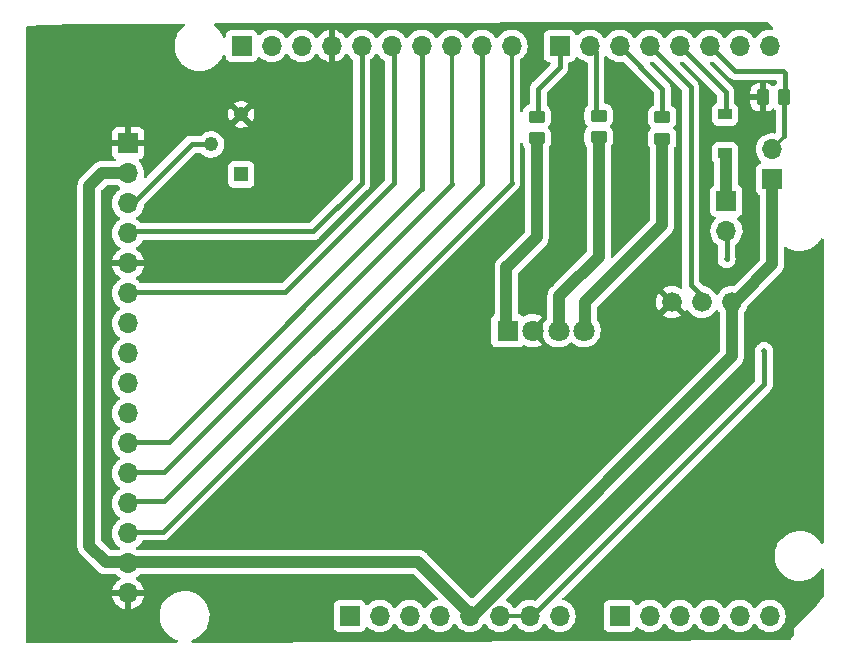
<source format=gbr>
%TF.GenerationSoftware,KiCad,Pcbnew,(6.0.8-1)-1*%
%TF.CreationDate,2022-11-16T22:41:14-08:00*%
%TF.ProjectId,osh-park-2-layer-kicad-5.99-drc-template,6f73682d-7061-4726-9b2d-322d6c617965,02*%
%TF.SameCoordinates,Original*%
%TF.FileFunction,Copper,L1,Top*%
%TF.FilePolarity,Positive*%
%FSLAX46Y46*%
G04 Gerber Fmt 4.6, Leading zero omitted, Abs format (unit mm)*
G04 Created by KiCad (PCBNEW (6.0.8-1)-1) date 2022-11-16 22:41:14*
%MOMM*%
%LPD*%
G01*
G04 APERTURE LIST*
G04 Aperture macros list*
%AMRoundRect*
0 Rectangle with rounded corners*
0 $1 Rounding radius*
0 $2 $3 $4 $5 $6 $7 $8 $9 X,Y pos of 4 corners*
0 Add a 4 corners polygon primitive as box body*
4,1,4,$2,$3,$4,$5,$6,$7,$8,$9,$2,$3,0*
0 Add four circle primitives for the rounded corners*
1,1,$1+$1,$2,$3*
1,1,$1+$1,$4,$5*
1,1,$1+$1,$6,$7*
1,1,$1+$1,$8,$9*
0 Add four rect primitives between the rounded corners*
20,1,$1+$1,$2,$3,$4,$5,0*
20,1,$1+$1,$4,$5,$6,$7,0*
20,1,$1+$1,$6,$7,$8,$9,0*
20,1,$1+$1,$8,$9,$2,$3,0*%
G04 Aperture macros list end*
%TA.AperFunction,SMDPad,CuDef*%
%ADD10RoundRect,0.250000X-0.450000X0.262500X-0.450000X-0.262500X0.450000X-0.262500X0.450000X0.262500X0*%
%TD*%
%TA.AperFunction,ComponentPad*%
%ADD11R,1.222000X1.222000*%
%TD*%
%TA.AperFunction,ComponentPad*%
%ADD12C,1.222000*%
%TD*%
%TA.AperFunction,ComponentPad*%
%ADD13R,1.700000X1.700000*%
%TD*%
%TA.AperFunction,ComponentPad*%
%ADD14O,1.700000X1.700000*%
%TD*%
%TA.AperFunction,SMDPad,CuDef*%
%ADD15R,1.200000X0.900000*%
%TD*%
%TA.AperFunction,SMDPad,CuDef*%
%ADD16RoundRect,0.250000X0.262500X0.450000X-0.262500X0.450000X-0.262500X-0.450000X0.262500X-0.450000X0*%
%TD*%
%TA.AperFunction,ComponentPad*%
%ADD17R,1.800000X1.800000*%
%TD*%
%TA.AperFunction,ComponentPad*%
%ADD18C,1.800000*%
%TD*%
%TA.AperFunction,ComponentPad*%
%ADD19C,1.676400*%
%TD*%
%TA.AperFunction,ViaPad*%
%ADD20C,0.508000*%
%TD*%
%TA.AperFunction,Conductor*%
%ADD21C,0.152400*%
%TD*%
%TA.AperFunction,Conductor*%
%ADD22C,0.300000*%
%TD*%
%TA.AperFunction,Conductor*%
%ADD23C,1.000000*%
%TD*%
%TA.AperFunction,Conductor*%
%ADD24C,0.450000*%
%TD*%
%TA.AperFunction,Conductor*%
%ADD25C,0.250000*%
%TD*%
%TA.AperFunction,Conductor*%
%ADD26C,0.350000*%
%TD*%
%TA.AperFunction,Conductor*%
%ADD27C,0.400000*%
%TD*%
G04 APERTURE END LIST*
D10*
%TO.P,R4,1*%
%TO.N,/UNO_DP5*%
X174327170Y-69359981D03*
%TO.P,R4,2*%
%TO.N,Net-(D2-Pad4)*%
X174327170Y-71184981D03*
%TD*%
D11*
%TO.P,RV1,1,1*%
%TO.N,unconnected-(RV1-Pad1)*%
X138688281Y-74223478D03*
D12*
%TO.P,RV1,2,2*%
%TO.N,/POT*%
X136148281Y-71683478D03*
%TO.P,RV1,3,3*%
%TO.N,GND*%
X138688281Y-69143478D03*
%TD*%
D10*
%TO.P,R3,1*%
%TO.N,/UNO_DP6*%
X168960138Y-69240714D03*
%TO.P,R3,2*%
%TO.N,Net-(D2-Pad3)*%
X168960138Y-71065714D03*
%TD*%
D13*
%TO.P,J6,1,Pin_1*%
%TO.N,+5V*%
X183630604Y-74644607D03*
D14*
%TO.P,J6,2,Pin_2*%
%TO.N,/UNO_DP2*%
X183630604Y-72104607D03*
%TD*%
D13*
%TO.P,J5,1,Pin_1*%
%TO.N,Net-(D1-Pad1)*%
X179773182Y-76475507D03*
D14*
%TO.P,J5,2,Pin_2*%
%TO.N,GNDPWR*%
X179773182Y-79015507D03*
%TD*%
D13*
%TO.P,J1,1,Pin_1*%
%TO.N,unconnected-(J1-Pad1)*%
X147866658Y-111601644D03*
D14*
%TO.P,J1,2,Pin_2*%
%TO.N,unconnected-(J1-Pad2)*%
X150406658Y-111601644D03*
%TO.P,J1,3,Pin_3*%
%TO.N,unconnected-(J1-Pad3)*%
X152946658Y-111601644D03*
%TO.P,J1,4,Pin_4*%
%TO.N,unconnected-(J1-Pad4)*%
X155486658Y-111601644D03*
%TO.P,J1,5,Pin_5*%
%TO.N,+5V*%
X158026658Y-111601644D03*
%TO.P,J1,6,Pin_6*%
%TO.N,GNDPWR*%
X160566658Y-111601644D03*
%TO.P,J1,7,Pin_7*%
X163106658Y-111601644D03*
%TO.P,J1,8,Pin_8*%
%TO.N,unconnected-(J1-Pad8)*%
X165646658Y-111601644D03*
%TD*%
D15*
%TO.P,D1,1,K*%
%TO.N,Net-(D1-Pad1)*%
X179644968Y-72425627D03*
%TO.P,D1,2,A*%
%TO.N,/UNO_DP3*%
X179644968Y-69125627D03*
%TD*%
D13*
%TO.P,J2,1,Pin_1*%
%TO.N,unconnected-(J2-Pad1)*%
X138722658Y-63341644D03*
D14*
%TO.P,J2,2,Pin_2*%
%TO.N,unconnected-(J2-Pad2)*%
X141262658Y-63341644D03*
%TO.P,J2,3,Pin_3*%
%TO.N,unconnected-(J2-Pad3)*%
X143802658Y-63341644D03*
%TO.P,J2,4,Pin_4*%
%TO.N,GND*%
X146342658Y-63341644D03*
%TO.P,J2,5,Pin_5*%
%TO.N,/UNO_DP13*%
X148882658Y-63341644D03*
%TO.P,J2,6,Pin_6*%
%TO.N,/UNO_DP12*%
X151422658Y-63341644D03*
%TO.P,J2,7,Pin_7*%
%TO.N,/UNO_DP11*%
X153962658Y-63341644D03*
%TO.P,J2,8,Pin_8*%
%TO.N,/UNO_DP10*%
X156502658Y-63341644D03*
%TO.P,J2,9,Pin_9*%
%TO.N,/UNO_DP9*%
X159042658Y-63341644D03*
%TO.P,J2,10,Pin_10*%
%TO.N,/UNO_DP8*%
X161582658Y-63341644D03*
%TD*%
D13*
%TO.P,J4,1,Pin_1*%
%TO.N,/UNO_DP7*%
X165646658Y-63341644D03*
D14*
%TO.P,J4,2,Pin_2*%
%TO.N,/UNO_DP6*%
X168186658Y-63341644D03*
%TO.P,J4,3,Pin_3*%
%TO.N,/UNO_DP5*%
X170726658Y-63341644D03*
%TO.P,J4,4,Pin_4*%
%TO.N,/UNO_DP4*%
X173266658Y-63341644D03*
%TO.P,J4,5,Pin_5*%
%TO.N,/UNO_DP3*%
X175806658Y-63341644D03*
%TO.P,J4,6,Pin_6*%
%TO.N,/UNO_DP2*%
X178346658Y-63341644D03*
%TO.P,J4,7,Pin_7*%
%TO.N,unconnected-(J4-Pad7)*%
X180886658Y-63341644D03*
%TO.P,J4,8,Pin_8*%
%TO.N,unconnected-(J4-Pad8)*%
X183426658Y-63341644D03*
%TD*%
D16*
%TO.P,R1,1*%
%TO.N,/UNO_DP2*%
X184654697Y-67682633D03*
%TO.P,R1,2*%
%TO.N,GND*%
X182829697Y-67682633D03*
%TD*%
D17*
%TO.P,D2,1,BK*%
%TO.N,Net-(D2-Pad1)*%
X161238442Y-87446985D03*
D18*
%TO.P,D2,2,A*%
%TO.N,GND*%
X163397442Y-87446985D03*
%TO.P,D2,3,RK*%
%TO.N,Net-(D2-Pad3)*%
X165556442Y-87446985D03*
%TO.P,D2,4,GK*%
%TO.N,Net-(D2-Pad4)*%
X167715442Y-87446985D03*
%TD*%
D10*
%TO.P,R2,1*%
%TO.N,/UNO_DP7*%
X163712372Y-69318342D03*
%TO.P,R2,2*%
%TO.N,Net-(D2-Pad1)*%
X163712372Y-71143342D03*
%TD*%
D13*
%TO.P,J3,1,Pin_1*%
%TO.N,unconnected-(J3-Pad1)*%
X170726658Y-111601644D03*
D14*
%TO.P,J3,2,Pin_2*%
%TO.N,unconnected-(J3-Pad2)*%
X173266658Y-111601644D03*
%TO.P,J3,3,Pin_3*%
%TO.N,unconnected-(J3-Pad3)*%
X175806658Y-111601644D03*
%TO.P,J3,4,Pin_4*%
%TO.N,unconnected-(J3-Pad4)*%
X178346658Y-111601644D03*
%TO.P,J3,5,Pin_5*%
%TO.N,unconnected-(J3-Pad5)*%
X180886658Y-111601644D03*
%TO.P,J3,6,Pin_6*%
%TO.N,unconnected-(J3-Pad6)*%
X183426658Y-111601644D03*
%TD*%
D13*
%TO.P,J7,1,Pin_1*%
%TO.N,GND*%
X129116243Y-71587024D03*
D14*
%TO.P,J7,2,Pin_2*%
%TO.N,+5V*%
X129116243Y-74127024D03*
%TO.P,J7,3,Pin_3*%
%TO.N,/POT*%
X129116243Y-76667024D03*
%TO.P,J7,4,Pin_4*%
%TO.N,/UNO_DP13*%
X129116243Y-79207024D03*
%TO.P,J7,5,Pin_5*%
%TO.N,GND*%
X129116243Y-81747024D03*
%TO.P,J7,6,Pin_6*%
%TO.N,/UNO_DP12*%
X129116243Y-84287024D03*
%TO.P,J7,7,Pin_7*%
%TO.N,unconnected-(J7-Pad7)*%
X129116243Y-86827024D03*
%TO.P,J7,8,Pin_8*%
%TO.N,unconnected-(J7-Pad8)*%
X129116243Y-89367024D03*
%TO.P,J7,9,Pin_9*%
%TO.N,unconnected-(J7-Pad9)*%
X129116243Y-91907024D03*
%TO.P,J7,10,Pin_10*%
%TO.N,unconnected-(J7-Pad10)*%
X129116243Y-94447024D03*
%TO.P,J7,11,Pin_11*%
%TO.N,/UNO_DP11*%
X129116243Y-96987024D03*
%TO.P,J7,12,Pin_12*%
%TO.N,/UNO_DP10*%
X129116243Y-99527024D03*
%TO.P,J7,13,Pin_13*%
%TO.N,/UNO_DP9*%
X129116243Y-102067024D03*
%TO.P,J7,14,Pin_14*%
%TO.N,/UNO_DP8*%
X129116243Y-104607024D03*
%TO.P,J7,15,Pin_15*%
%TO.N,+5V*%
X129116243Y-107147024D03*
%TO.P,J7,16,Pin_16*%
%TO.N,GND*%
X129116243Y-109687024D03*
%TD*%
D19*
%TO.P,SW1,1,A*%
%TO.N,GND*%
X175142885Y-85033657D03*
%TO.P,SW1,2,B*%
%TO.N,/UNO_DP4*%
X177682885Y-85033657D03*
%TO.P,SW1,3,C*%
%TO.N,+5V*%
X180222885Y-85033657D03*
%TD*%
D20*
%TO.N,GND*%
X184322622Y-98832407D03*
X144206887Y-96908482D03*
X140623810Y-104658002D03*
X158179821Y-102022329D03*
X141783055Y-108747826D03*
X125618215Y-68742698D03*
X184322622Y-101372407D03*
X138997367Y-104705838D03*
X168225495Y-96903819D03*
X169851937Y-96908482D03*
X156266359Y-99482329D03*
X184324986Y-96793185D03*
X168208303Y-91659802D03*
X136956816Y-104732752D03*
X146746887Y-104528482D03*
X168225495Y-94363819D03*
X176897738Y-101459251D03*
X162437273Y-99530165D03*
X154326831Y-92311231D03*
X164542081Y-102022329D03*
X156266359Y-102022329D03*
X154366887Y-101988482D03*
X181141524Y-67626785D03*
X156266359Y-94402329D03*
X172135645Y-75068201D03*
X137137001Y-77270621D03*
X146746887Y-94368482D03*
X152001251Y-87229840D03*
X180722296Y-101393832D03*
X152393441Y-108829509D03*
X149333889Y-92313173D03*
X125618215Y-66202698D03*
X164542081Y-99482329D03*
X122679337Y-109533336D03*
X143416845Y-66641836D03*
X142441598Y-104610165D03*
X146222527Y-108781673D03*
X151826887Y-94368482D03*
X128158215Y-66202698D03*
X166312033Y-99443819D03*
X156266359Y-104562329D03*
X122679337Y-84133336D03*
X175229592Y-108949553D03*
X144323055Y-108747826D03*
X122679337Y-68893336D03*
X171765399Y-94373145D03*
X137245931Y-66594000D03*
X122679337Y-76513336D03*
X178969837Y-106459843D03*
X154407439Y-89727193D03*
X138997367Y-102165838D03*
X122679337Y-91753336D03*
X182621768Y-109047679D03*
X158179821Y-94402329D03*
X122679337Y-81593336D03*
X122679337Y-79053336D03*
X151826887Y-99448482D03*
X160221627Y-92104480D03*
X178969837Y-103919843D03*
X158179821Y-104562329D03*
X172135645Y-72528201D03*
X130698215Y-68742698D03*
X122679337Y-96833336D03*
X160284629Y-94450165D03*
X182621768Y-106507679D03*
X164542081Y-94402329D03*
X166312033Y-96903819D03*
X166372113Y-72608584D03*
X182621768Y-98887679D03*
X156320901Y-87187193D03*
X137171404Y-81446616D03*
X182621768Y-103967679D03*
X138997367Y-99625838D03*
X182654477Y-94841940D03*
X136956816Y-102192752D03*
X162437273Y-94450165D03*
X176865029Y-106507679D03*
X144206887Y-99448482D03*
X168225495Y-99443819D03*
X122679337Y-101913336D03*
X154366887Y-94368482D03*
X176865029Y-103967679D03*
X142217001Y-77270621D03*
X122679337Y-112073336D03*
X175229592Y-103869553D03*
X154366887Y-104528482D03*
X122679337Y-99373336D03*
X149286887Y-104528482D03*
X146746887Y-101988482D03*
X184322622Y-103912407D03*
X184355331Y-94786668D03*
X179056515Y-98940678D03*
X144206887Y-101988482D03*
X164542081Y-96942329D03*
X166312033Y-94363819D03*
X142251404Y-81446616D03*
X122679337Y-63813336D03*
X182624132Y-96848457D03*
X171206416Y-106442262D03*
X134631404Y-81446616D03*
X151826887Y-101988482D03*
X148135989Y-108781673D03*
X139711404Y-81446616D03*
X128158215Y-63662698D03*
X169851937Y-94368482D03*
X162437273Y-104610165D03*
X150240797Y-108829509D03*
X144206887Y-104528482D03*
X130698215Y-63662698D03*
X160284629Y-99530165D03*
X156226303Y-92345078D03*
X178969837Y-108999843D03*
X122679337Y-86673336D03*
X151873889Y-92313173D03*
X142441598Y-96990165D03*
X180722296Y-109013832D03*
X122679337Y-71433336D03*
X173124784Y-103917389D03*
X130698215Y-66202698D03*
X182621768Y-101427679D03*
X122679337Y-104453336D03*
X122679337Y-106993336D03*
X122679337Y-94293336D03*
X149286887Y-94368482D03*
X180722296Y-106473832D03*
X180724660Y-96814610D03*
X173124784Y-108997389D03*
X166372113Y-75148584D03*
X146746887Y-99448482D03*
X146793889Y-92313173D03*
X141264201Y-66641836D03*
X128158215Y-68742698D03*
X135346459Y-66560153D03*
X125618215Y-63662698D03*
X171206416Y-108982262D03*
X179056515Y-101426542D03*
X175229592Y-106409553D03*
X122679337Y-66353336D03*
X160284629Y-104610165D03*
X149286887Y-99448482D03*
X142441598Y-102070165D03*
X180722296Y-98853832D03*
X173124784Y-106457389D03*
X142441598Y-99530165D03*
X151826887Y-104528482D03*
X122679337Y-89213336D03*
X134597001Y-77270621D03*
X154366887Y-99448482D03*
X158179821Y-99482329D03*
X175196883Y-101524669D03*
X139159393Y-66594000D03*
X140623810Y-99578002D03*
X154407439Y-87187193D03*
X144321214Y-94416318D03*
X139243055Y-108747826D03*
X152001251Y-89769840D03*
X156320901Y-89727193D03*
X140623810Y-102118002D03*
X176865029Y-109047679D03*
X149286887Y-101988482D03*
X139677001Y-77270621D03*
X160284629Y-102070165D03*
X145521653Y-66594000D03*
X122679337Y-73973336D03*
X180722296Y-103933832D03*
X162437273Y-102070165D03*
%TO.N,GNDPWR*%
X179787141Y-81373283D03*
X182965482Y-89187907D03*
%TD*%
D21*
%TO.N,GND*%
X182837570Y-67626785D02*
X182842269Y-67631484D01*
D22*
X181141524Y-67626785D02*
X182837570Y-67626785D01*
D23*
%TO.N,Net-(D2-Pad1)*%
X161362298Y-81884532D02*
X161150987Y-82095843D01*
X161150987Y-82095843D02*
X161150987Y-86955990D01*
X163712372Y-77083239D02*
X163712372Y-79534458D01*
X163712372Y-71143342D02*
X163712372Y-77083239D01*
X163712372Y-79534458D02*
X161362298Y-81884532D01*
D24*
%TO.N,/UNO_DP10*%
X132170257Y-99397468D02*
X134887127Y-96680598D01*
X132170257Y-99397468D02*
X129936858Y-99397468D01*
X134887127Y-96680598D02*
X156528262Y-75039463D01*
D25*
X129936858Y-99397468D02*
X129830243Y-99504083D01*
D26*
X156528262Y-75039463D02*
X156528262Y-63588570D01*
D23*
%TO.N,+5V*%
X125832490Y-105655266D02*
X127240077Y-107062853D01*
X158445667Y-111405117D02*
X158241067Y-111405117D01*
X153675607Y-107017468D02*
X157888152Y-111230013D01*
X125832490Y-75164746D02*
X126885879Y-74111357D01*
X180222885Y-89627899D02*
X158445667Y-111405117D01*
X127240077Y-107062853D02*
X128525266Y-107062853D01*
X183630604Y-74644607D02*
X183630604Y-81840897D01*
X180222885Y-85033657D02*
X180222885Y-89627899D01*
X126885879Y-74111357D02*
X129184367Y-74111357D01*
X125832490Y-75164746D02*
X125832490Y-105655266D01*
X183630604Y-81840897D02*
X180710421Y-84761080D01*
D21*
X157888152Y-111230013D02*
X157945591Y-111230013D01*
D23*
X129219429Y-107017468D02*
X153675607Y-107017468D01*
D24*
%TO.N,/UNO_DP13*%
X148882658Y-63341644D02*
X148882658Y-74954372D01*
X144789216Y-79047814D02*
X129785667Y-79047814D01*
X148882658Y-74954372D02*
X144789216Y-79047814D01*
D26*
X129785667Y-79047814D02*
X129765876Y-79067605D01*
D27*
%TO.N,/UNO_DP12*%
X151589308Y-74954350D02*
X151589308Y-63781598D01*
D24*
X142386190Y-84157468D02*
X129609840Y-84157468D01*
D26*
X129609840Y-84157468D02*
X129604959Y-84152587D01*
D27*
X142386190Y-84157468D02*
X151589308Y-74954350D01*
D21*
X151589308Y-63781598D02*
X151481800Y-63674090D01*
D24*
%TO.N,/UNO_DP11*%
X153962658Y-63341644D02*
X153962658Y-75487382D01*
X132598018Y-96832858D02*
X129798059Y-96832858D01*
D26*
X153962658Y-75487382D02*
X153943494Y-75487382D01*
D24*
X153943494Y-75487382D02*
X132598018Y-96832858D01*
%TO.N,/UNO_DP9*%
X159042658Y-63341644D02*
X159042658Y-75029743D01*
X159042658Y-75029743D02*
X132165428Y-101906973D01*
D26*
X129969843Y-101906973D02*
X129958976Y-101917840D01*
D24*
X132156294Y-101906973D02*
X129969843Y-101906973D01*
X132165428Y-101906973D02*
X132156294Y-101906973D01*
%TO.N,/UNO_DP8*%
X132034797Y-104477468D02*
X161596200Y-74916065D01*
D26*
X129743233Y-104481834D02*
X129743233Y-104477834D01*
X129747599Y-104477468D02*
X129743233Y-104481834D01*
D24*
X132034797Y-104477468D02*
X129747599Y-104477468D01*
D26*
X161596200Y-64019353D02*
X161596810Y-64018743D01*
X161596200Y-74916065D02*
X161596200Y-64019353D01*
D24*
%TO.N,/UNO_DP7*%
X163845363Y-66962144D02*
X163845363Y-69536284D01*
X165646658Y-63341644D02*
X165646658Y-65160849D01*
X165646658Y-65160849D02*
X163845363Y-66962144D01*
D25*
%TO.N,/UNO_DP6*%
X168836044Y-69063482D02*
X168783510Y-69116016D01*
D27*
X168186658Y-63341644D02*
X168731247Y-63886233D01*
X168731247Y-63886233D02*
X168731247Y-68832919D01*
D25*
X168731247Y-68832919D02*
X169153884Y-69255556D01*
D27*
%TO.N,/UNO_DP5*%
X174346507Y-67063107D02*
X174346507Y-69252200D01*
X170726658Y-63341644D02*
X174346507Y-66961493D01*
X174346507Y-66961493D02*
X174346507Y-67063107D01*
%TO.N,/UNO_DP4*%
X173266658Y-63341644D02*
X176742808Y-66817794D01*
D24*
X176742808Y-67584848D02*
X176742808Y-83555833D01*
D27*
X176742808Y-83555833D02*
X177587428Y-84400453D01*
X176742808Y-66817794D02*
X176742808Y-67584848D01*
%TO.N,/UNO_DP3*%
X179722251Y-67257237D02*
X179722251Y-68989328D01*
X175806658Y-63341644D02*
X179722251Y-67257237D01*
X179722251Y-68989328D02*
X179716273Y-68995306D01*
%TO.N,/UNO_DP2*%
X178346658Y-63341644D02*
X180490468Y-65485454D01*
X184595656Y-65485454D02*
X184763792Y-65653590D01*
X180490468Y-65485454D02*
X184595656Y-65485454D01*
D25*
X184654697Y-70989743D02*
X184070824Y-71573616D01*
D27*
X184654697Y-67682633D02*
X184654697Y-70989743D01*
X184763792Y-65653590D02*
X184763792Y-67685235D01*
D21*
%TO.N,/POT*%
X129219429Y-76537468D02*
X129891294Y-76537468D01*
D24*
X134502927Y-71659329D02*
X129765876Y-76396380D01*
D27*
X134769433Y-71659329D02*
X134502927Y-71659329D01*
D24*
X134769433Y-71659329D02*
X135674080Y-71659329D01*
D23*
%TO.N,Net-(D2-Pad3)*%
X168960138Y-81175422D02*
X165842086Y-84293474D01*
X168960138Y-78138122D02*
X168960138Y-81175422D01*
X165842086Y-84293474D02*
X165630775Y-84504785D01*
X165630775Y-84504785D02*
X165630775Y-87040514D01*
X168960138Y-71065714D02*
X168960138Y-78138122D01*
D24*
%TO.N,GNDPWR*%
X179855368Y-79686155D02*
X179787141Y-79754382D01*
X182965482Y-91983214D02*
X182965482Y-89187907D01*
D22*
X160566658Y-111601644D02*
X162344852Y-111601644D01*
D24*
X163347052Y-111601644D02*
X182965482Y-91983214D01*
X179787141Y-79754382D02*
X179787141Y-81373283D01*
D21*
X162344852Y-111601644D02*
X162513994Y-111432502D01*
D24*
X163106658Y-111601644D02*
X163347052Y-111601644D01*
D23*
%TO.N,Net-(D2-Pad4)*%
X167828407Y-85011931D02*
X167828407Y-86913727D01*
X170321083Y-82519255D02*
X168377815Y-84462523D01*
X174327170Y-71184981D02*
X174327170Y-78523464D01*
X170331379Y-82519255D02*
X170321083Y-82519255D01*
X174327170Y-78523464D02*
X170331379Y-82519255D01*
X168377815Y-84462523D02*
X167828407Y-85011931D01*
D25*
%TO.N,Net-(D1-Pad1)*%
X179726747Y-75857517D02*
X179662673Y-75921591D01*
D23*
X179726747Y-72484198D02*
X179726747Y-75857517D01*
%TD*%
%TA.AperFunction,Conductor*%
%TO.N,GND*%
G36*
X183232319Y-61330590D02*
G01*
X183253535Y-61347648D01*
X183679700Y-61773813D01*
X183713726Y-61836125D01*
X183708661Y-61906940D01*
X183666114Y-61963776D01*
X183599594Y-61988587D01*
X183568513Y-61986955D01*
X183554942Y-61984538D01*
X183481110Y-61983636D01*
X183336739Y-61981872D01*
X183336737Y-61981872D01*
X183331569Y-61981809D01*
X183110749Y-62015599D01*
X182898414Y-62085001D01*
X182700265Y-62188151D01*
X182696132Y-62191254D01*
X182696129Y-62191256D01*
X182525758Y-62319174D01*
X182521623Y-62322279D01*
X182518051Y-62326017D01*
X182410387Y-62438681D01*
X182367287Y-62483782D01*
X182259859Y-62641265D01*
X182204951Y-62686265D01*
X182134426Y-62694436D01*
X182070679Y-62663182D01*
X182049982Y-62638698D01*
X181969480Y-62514261D01*
X181969478Y-62514258D01*
X181966672Y-62509921D01*
X181816328Y-62344695D01*
X181812277Y-62341496D01*
X181812273Y-62341492D01*
X181645072Y-62209444D01*
X181645068Y-62209442D01*
X181641017Y-62206242D01*
X181604686Y-62186186D01*
X181588794Y-62177413D01*
X181445447Y-62098282D01*
X181440578Y-62096558D01*
X181440574Y-62096556D01*
X181239745Y-62025439D01*
X181239741Y-62025438D01*
X181234870Y-62023713D01*
X181229777Y-62022806D01*
X181229774Y-62022805D01*
X181020031Y-61985444D01*
X181020025Y-61985443D01*
X181014942Y-61984538D01*
X180941110Y-61983636D01*
X180796739Y-61981872D01*
X180796737Y-61981872D01*
X180791569Y-61981809D01*
X180570749Y-62015599D01*
X180358414Y-62085001D01*
X180160265Y-62188151D01*
X180156132Y-62191254D01*
X180156129Y-62191256D01*
X179985758Y-62319174D01*
X179981623Y-62322279D01*
X179978051Y-62326017D01*
X179870387Y-62438681D01*
X179827287Y-62483782D01*
X179719859Y-62641265D01*
X179664951Y-62686265D01*
X179594426Y-62694436D01*
X179530679Y-62663182D01*
X179509982Y-62638698D01*
X179429480Y-62514261D01*
X179429478Y-62514258D01*
X179426672Y-62509921D01*
X179276328Y-62344695D01*
X179272277Y-62341496D01*
X179272273Y-62341492D01*
X179105072Y-62209444D01*
X179105068Y-62209442D01*
X179101017Y-62206242D01*
X179064686Y-62186186D01*
X179048794Y-62177413D01*
X178905447Y-62098282D01*
X178900578Y-62096558D01*
X178900574Y-62096556D01*
X178699745Y-62025439D01*
X178699741Y-62025438D01*
X178694870Y-62023713D01*
X178689777Y-62022806D01*
X178689774Y-62022805D01*
X178480031Y-61985444D01*
X178480025Y-61985443D01*
X178474942Y-61984538D01*
X178401110Y-61983636D01*
X178256739Y-61981872D01*
X178256737Y-61981872D01*
X178251569Y-61981809D01*
X178030749Y-62015599D01*
X177818414Y-62085001D01*
X177620265Y-62188151D01*
X177616132Y-62191254D01*
X177616129Y-62191256D01*
X177445758Y-62319174D01*
X177441623Y-62322279D01*
X177438051Y-62326017D01*
X177330387Y-62438681D01*
X177287287Y-62483782D01*
X177179859Y-62641265D01*
X177124951Y-62686265D01*
X177054426Y-62694436D01*
X176990679Y-62663182D01*
X176969982Y-62638698D01*
X176889480Y-62514261D01*
X176889478Y-62514258D01*
X176886672Y-62509921D01*
X176736328Y-62344695D01*
X176732277Y-62341496D01*
X176732273Y-62341492D01*
X176565072Y-62209444D01*
X176565068Y-62209442D01*
X176561017Y-62206242D01*
X176524686Y-62186186D01*
X176508794Y-62177413D01*
X176365447Y-62098282D01*
X176360578Y-62096558D01*
X176360574Y-62096556D01*
X176159745Y-62025439D01*
X176159741Y-62025438D01*
X176154870Y-62023713D01*
X176149777Y-62022806D01*
X176149774Y-62022805D01*
X175940031Y-61985444D01*
X175940025Y-61985443D01*
X175934942Y-61984538D01*
X175861110Y-61983636D01*
X175716739Y-61981872D01*
X175716737Y-61981872D01*
X175711569Y-61981809D01*
X175490749Y-62015599D01*
X175278414Y-62085001D01*
X175080265Y-62188151D01*
X175076132Y-62191254D01*
X175076129Y-62191256D01*
X174905758Y-62319174D01*
X174901623Y-62322279D01*
X174898051Y-62326017D01*
X174790387Y-62438681D01*
X174747287Y-62483782D01*
X174639859Y-62641265D01*
X174584951Y-62686265D01*
X174514426Y-62694436D01*
X174450679Y-62663182D01*
X174429982Y-62638698D01*
X174349480Y-62514261D01*
X174349478Y-62514258D01*
X174346672Y-62509921D01*
X174196328Y-62344695D01*
X174192277Y-62341496D01*
X174192273Y-62341492D01*
X174025072Y-62209444D01*
X174025068Y-62209442D01*
X174021017Y-62206242D01*
X173984686Y-62186186D01*
X173968794Y-62177413D01*
X173825447Y-62098282D01*
X173820578Y-62096558D01*
X173820574Y-62096556D01*
X173619745Y-62025439D01*
X173619741Y-62025438D01*
X173614870Y-62023713D01*
X173609777Y-62022806D01*
X173609774Y-62022805D01*
X173400031Y-61985444D01*
X173400025Y-61985443D01*
X173394942Y-61984538D01*
X173321110Y-61983636D01*
X173176739Y-61981872D01*
X173176737Y-61981872D01*
X173171569Y-61981809D01*
X172950749Y-62015599D01*
X172738414Y-62085001D01*
X172540265Y-62188151D01*
X172536132Y-62191254D01*
X172536129Y-62191256D01*
X172365758Y-62319174D01*
X172361623Y-62322279D01*
X172358051Y-62326017D01*
X172250387Y-62438681D01*
X172207287Y-62483782D01*
X172099859Y-62641265D01*
X172044951Y-62686265D01*
X171974426Y-62694436D01*
X171910679Y-62663182D01*
X171889982Y-62638698D01*
X171809480Y-62514261D01*
X171809478Y-62514258D01*
X171806672Y-62509921D01*
X171656328Y-62344695D01*
X171652277Y-62341496D01*
X171652273Y-62341492D01*
X171485072Y-62209444D01*
X171485068Y-62209442D01*
X171481017Y-62206242D01*
X171444686Y-62186186D01*
X171428794Y-62177413D01*
X171285447Y-62098282D01*
X171280578Y-62096558D01*
X171280574Y-62096556D01*
X171079745Y-62025439D01*
X171079741Y-62025438D01*
X171074870Y-62023713D01*
X171069777Y-62022806D01*
X171069774Y-62022805D01*
X170860031Y-61985444D01*
X170860025Y-61985443D01*
X170854942Y-61984538D01*
X170781110Y-61983636D01*
X170636739Y-61981872D01*
X170636737Y-61981872D01*
X170631569Y-61981809D01*
X170410749Y-62015599D01*
X170198414Y-62085001D01*
X170000265Y-62188151D01*
X169996132Y-62191254D01*
X169996129Y-62191256D01*
X169825758Y-62319174D01*
X169821623Y-62322279D01*
X169818051Y-62326017D01*
X169710387Y-62438681D01*
X169667287Y-62483782D01*
X169559859Y-62641265D01*
X169504951Y-62686265D01*
X169434426Y-62694436D01*
X169370679Y-62663182D01*
X169349982Y-62638698D01*
X169269480Y-62514261D01*
X169269478Y-62514258D01*
X169266672Y-62509921D01*
X169116328Y-62344695D01*
X169112277Y-62341496D01*
X169112273Y-62341492D01*
X168945072Y-62209444D01*
X168945068Y-62209442D01*
X168941017Y-62206242D01*
X168904686Y-62186186D01*
X168888794Y-62177413D01*
X168745447Y-62098282D01*
X168740578Y-62096558D01*
X168740574Y-62096556D01*
X168539745Y-62025439D01*
X168539741Y-62025438D01*
X168534870Y-62023713D01*
X168529777Y-62022806D01*
X168529774Y-62022805D01*
X168320031Y-61985444D01*
X168320025Y-61985443D01*
X168314942Y-61984538D01*
X168241110Y-61983636D01*
X168096739Y-61981872D01*
X168096737Y-61981872D01*
X168091569Y-61981809D01*
X167870749Y-62015599D01*
X167658414Y-62085001D01*
X167460265Y-62188151D01*
X167456132Y-62191254D01*
X167456129Y-62191256D01*
X167285758Y-62319174D01*
X167281623Y-62322279D01*
X167225195Y-62381328D01*
X167200941Y-62406708D01*
X167139417Y-62442138D01*
X167068504Y-62438681D01*
X167010718Y-62397435D01*
X166991865Y-62363887D01*
X166950425Y-62253347D01*
X166947273Y-62244939D01*
X166859919Y-62128383D01*
X166743363Y-62041029D01*
X166606974Y-61989899D01*
X166544792Y-61983144D01*
X164748524Y-61983144D01*
X164686342Y-61989899D01*
X164549953Y-62041029D01*
X164433397Y-62128383D01*
X164346043Y-62244939D01*
X164294913Y-62381328D01*
X164288158Y-62443510D01*
X164288158Y-64239778D01*
X164294913Y-64301960D01*
X164346043Y-64438349D01*
X164433397Y-64554905D01*
X164549953Y-64642259D01*
X164686342Y-64693389D01*
X164748524Y-64700144D01*
X164765847Y-64700144D01*
X164833968Y-64720146D01*
X164880461Y-64773802D01*
X164890565Y-64844076D01*
X164861071Y-64908656D01*
X164854942Y-64915239D01*
X163372786Y-66397396D01*
X163358374Y-66409783D01*
X163341712Y-66422044D01*
X163336969Y-66427627D01*
X163308732Y-66460864D01*
X163301802Y-66468380D01*
X163296418Y-66473764D01*
X163294155Y-66476625D01*
X163294150Y-66476630D01*
X163279431Y-66495235D01*
X163276642Y-66498637D01*
X163235710Y-66546816D01*
X163235707Y-66546820D01*
X163230971Y-66552395D01*
X163227642Y-66558916D01*
X163224521Y-66563595D01*
X163221585Y-66568349D01*
X163217045Y-66574087D01*
X163213948Y-66580714D01*
X163213947Y-66580715D01*
X163187174Y-66637998D01*
X163185264Y-66641905D01*
X163153187Y-66704726D01*
X163151447Y-66711838D01*
X163149481Y-66717124D01*
X163147723Y-66722409D01*
X163144624Y-66729039D01*
X163133704Y-66781541D01*
X163130258Y-66798107D01*
X163129288Y-66802391D01*
X163112533Y-66870865D01*
X163111863Y-66881664D01*
X163111839Y-66881663D01*
X163111575Y-66886078D01*
X163111285Y-66889328D01*
X163109794Y-66896496D01*
X163109992Y-66903813D01*
X163111817Y-66971267D01*
X163111863Y-66974675D01*
X163111863Y-68215638D01*
X163091861Y-68283759D01*
X163038205Y-68330252D01*
X163025739Y-68335162D01*
X162938426Y-68364292D01*
X162788024Y-68457364D01*
X162663067Y-68582539D01*
X162659227Y-68588769D01*
X162659226Y-68588770D01*
X162574407Y-68726372D01*
X162570257Y-68733104D01*
X162557536Y-68771456D01*
X162525293Y-68868667D01*
X162484863Y-68927027D01*
X162419298Y-68954264D01*
X162349417Y-68941731D01*
X162297405Y-68893406D01*
X162279700Y-68829000D01*
X162279700Y-64578114D01*
X162299702Y-64509993D01*
X162332531Y-64475535D01*
X162462518Y-64382817D01*
X162620754Y-64225133D01*
X162751111Y-64043721D01*
X162756637Y-64032541D01*
X162847794Y-63848097D01*
X162847795Y-63848095D01*
X162850088Y-63843455D01*
X162915028Y-63629713D01*
X162944187Y-63408234D01*
X162944269Y-63404884D01*
X162945732Y-63345009D01*
X162945732Y-63345005D01*
X162945814Y-63341644D01*
X162927510Y-63119005D01*
X162873089Y-62902346D01*
X162784012Y-62697484D01*
X162719647Y-62597991D01*
X162665480Y-62514261D01*
X162665478Y-62514258D01*
X162662672Y-62509921D01*
X162512328Y-62344695D01*
X162508277Y-62341496D01*
X162508273Y-62341492D01*
X162341072Y-62209444D01*
X162341068Y-62209442D01*
X162337017Y-62206242D01*
X162300686Y-62186186D01*
X162284794Y-62177413D01*
X162141447Y-62098282D01*
X162136578Y-62096558D01*
X162136574Y-62096556D01*
X161935745Y-62025439D01*
X161935741Y-62025438D01*
X161930870Y-62023713D01*
X161925777Y-62022806D01*
X161925774Y-62022805D01*
X161716031Y-61985444D01*
X161716025Y-61985443D01*
X161710942Y-61984538D01*
X161637110Y-61983636D01*
X161492739Y-61981872D01*
X161492737Y-61981872D01*
X161487569Y-61981809D01*
X161266749Y-62015599D01*
X161054414Y-62085001D01*
X160856265Y-62188151D01*
X160852132Y-62191254D01*
X160852129Y-62191256D01*
X160681758Y-62319174D01*
X160677623Y-62322279D01*
X160674051Y-62326017D01*
X160566387Y-62438681D01*
X160523287Y-62483782D01*
X160415859Y-62641265D01*
X160360951Y-62686265D01*
X160290426Y-62694436D01*
X160226679Y-62663182D01*
X160205982Y-62638698D01*
X160125480Y-62514261D01*
X160125478Y-62514258D01*
X160122672Y-62509921D01*
X159972328Y-62344695D01*
X159968277Y-62341496D01*
X159968273Y-62341492D01*
X159801072Y-62209444D01*
X159801068Y-62209442D01*
X159797017Y-62206242D01*
X159760686Y-62186186D01*
X159744794Y-62177413D01*
X159601447Y-62098282D01*
X159596578Y-62096558D01*
X159596574Y-62096556D01*
X159395745Y-62025439D01*
X159395741Y-62025438D01*
X159390870Y-62023713D01*
X159385777Y-62022806D01*
X159385774Y-62022805D01*
X159176031Y-61985444D01*
X159176025Y-61985443D01*
X159170942Y-61984538D01*
X159097110Y-61983636D01*
X158952739Y-61981872D01*
X158952737Y-61981872D01*
X158947569Y-61981809D01*
X158726749Y-62015599D01*
X158514414Y-62085001D01*
X158316265Y-62188151D01*
X158312132Y-62191254D01*
X158312129Y-62191256D01*
X158141758Y-62319174D01*
X158137623Y-62322279D01*
X158134051Y-62326017D01*
X158026387Y-62438681D01*
X157983287Y-62483782D01*
X157875859Y-62641265D01*
X157820951Y-62686265D01*
X157750426Y-62694436D01*
X157686679Y-62663182D01*
X157665982Y-62638698D01*
X157585480Y-62514261D01*
X157585478Y-62514258D01*
X157582672Y-62509921D01*
X157432328Y-62344695D01*
X157428277Y-62341496D01*
X157428273Y-62341492D01*
X157261072Y-62209444D01*
X157261068Y-62209442D01*
X157257017Y-62206242D01*
X157220686Y-62186186D01*
X157204794Y-62177413D01*
X157061447Y-62098282D01*
X157056578Y-62096558D01*
X157056574Y-62096556D01*
X156855745Y-62025439D01*
X156855741Y-62025438D01*
X156850870Y-62023713D01*
X156845777Y-62022806D01*
X156845774Y-62022805D01*
X156636031Y-61985444D01*
X156636025Y-61985443D01*
X156630942Y-61984538D01*
X156557110Y-61983636D01*
X156412739Y-61981872D01*
X156412737Y-61981872D01*
X156407569Y-61981809D01*
X156186749Y-62015599D01*
X155974414Y-62085001D01*
X155776265Y-62188151D01*
X155772132Y-62191254D01*
X155772129Y-62191256D01*
X155601758Y-62319174D01*
X155597623Y-62322279D01*
X155594051Y-62326017D01*
X155486387Y-62438681D01*
X155443287Y-62483782D01*
X155335859Y-62641265D01*
X155280951Y-62686265D01*
X155210426Y-62694436D01*
X155146679Y-62663182D01*
X155125982Y-62638698D01*
X155045480Y-62514261D01*
X155045478Y-62514258D01*
X155042672Y-62509921D01*
X154892328Y-62344695D01*
X154888277Y-62341496D01*
X154888273Y-62341492D01*
X154721072Y-62209444D01*
X154721068Y-62209442D01*
X154717017Y-62206242D01*
X154680686Y-62186186D01*
X154664794Y-62177413D01*
X154521447Y-62098282D01*
X154516578Y-62096558D01*
X154516574Y-62096556D01*
X154315745Y-62025439D01*
X154315741Y-62025438D01*
X154310870Y-62023713D01*
X154305777Y-62022806D01*
X154305774Y-62022805D01*
X154096031Y-61985444D01*
X154096025Y-61985443D01*
X154090942Y-61984538D01*
X154017110Y-61983636D01*
X153872739Y-61981872D01*
X153872737Y-61981872D01*
X153867569Y-61981809D01*
X153646749Y-62015599D01*
X153434414Y-62085001D01*
X153236265Y-62188151D01*
X153232132Y-62191254D01*
X153232129Y-62191256D01*
X153061758Y-62319174D01*
X153057623Y-62322279D01*
X153054051Y-62326017D01*
X152946387Y-62438681D01*
X152903287Y-62483782D01*
X152795859Y-62641265D01*
X152740951Y-62686265D01*
X152670426Y-62694436D01*
X152606679Y-62663182D01*
X152585982Y-62638698D01*
X152505480Y-62514261D01*
X152505478Y-62514258D01*
X152502672Y-62509921D01*
X152352328Y-62344695D01*
X152348277Y-62341496D01*
X152348273Y-62341492D01*
X152181072Y-62209444D01*
X152181068Y-62209442D01*
X152177017Y-62206242D01*
X152140686Y-62186186D01*
X152124794Y-62177413D01*
X151981447Y-62098282D01*
X151976578Y-62096558D01*
X151976574Y-62096556D01*
X151775745Y-62025439D01*
X151775741Y-62025438D01*
X151770870Y-62023713D01*
X151765777Y-62022806D01*
X151765774Y-62022805D01*
X151556031Y-61985444D01*
X151556025Y-61985443D01*
X151550942Y-61984538D01*
X151477110Y-61983636D01*
X151332739Y-61981872D01*
X151332737Y-61981872D01*
X151327569Y-61981809D01*
X151106749Y-62015599D01*
X150894414Y-62085001D01*
X150696265Y-62188151D01*
X150692132Y-62191254D01*
X150692129Y-62191256D01*
X150521758Y-62319174D01*
X150517623Y-62322279D01*
X150514051Y-62326017D01*
X150406387Y-62438681D01*
X150363287Y-62483782D01*
X150255859Y-62641265D01*
X150200951Y-62686265D01*
X150130426Y-62694436D01*
X150066679Y-62663182D01*
X150045982Y-62638698D01*
X149965480Y-62514261D01*
X149965478Y-62514258D01*
X149962672Y-62509921D01*
X149812328Y-62344695D01*
X149808277Y-62341496D01*
X149808273Y-62341492D01*
X149641072Y-62209444D01*
X149641068Y-62209442D01*
X149637017Y-62206242D01*
X149600686Y-62186186D01*
X149584794Y-62177413D01*
X149441447Y-62098282D01*
X149436578Y-62096558D01*
X149436574Y-62096556D01*
X149235745Y-62025439D01*
X149235741Y-62025438D01*
X149230870Y-62023713D01*
X149225777Y-62022806D01*
X149225774Y-62022805D01*
X149016031Y-61985444D01*
X149016025Y-61985443D01*
X149010942Y-61984538D01*
X148937110Y-61983636D01*
X148792739Y-61981872D01*
X148792737Y-61981872D01*
X148787569Y-61981809D01*
X148566749Y-62015599D01*
X148354414Y-62085001D01*
X148156265Y-62188151D01*
X148152132Y-62191254D01*
X148152129Y-62191256D01*
X147981758Y-62319174D01*
X147977623Y-62322279D01*
X147974051Y-62326017D01*
X147866387Y-62438681D01*
X147823287Y-62483782D01*
X147715862Y-62641262D01*
X147715556Y-62641710D01*
X147660645Y-62686713D01*
X147590120Y-62694884D01*
X147526373Y-62663630D01*
X147505676Y-62639146D01*
X147425084Y-62514570D01*
X147418794Y-62506401D01*
X147275464Y-62348884D01*
X147267931Y-62341859D01*
X147100797Y-62209866D01*
X147092210Y-62204161D01*
X146905775Y-62101243D01*
X146896363Y-62097013D01*
X146695617Y-62025924D01*
X146685646Y-62023290D01*
X146614495Y-62010616D01*
X146601198Y-62012076D01*
X146596658Y-62026633D01*
X146596658Y-64660161D01*
X146600722Y-64674003D01*
X146614136Y-64676037D01*
X146620842Y-64675178D01*
X146630920Y-64673036D01*
X146834913Y-64611835D01*
X146844500Y-64608077D01*
X147035753Y-64514383D01*
X147044603Y-64509108D01*
X147217986Y-64385436D01*
X147225858Y-64378783D01*
X147376710Y-64228456D01*
X147383388Y-64220609D01*
X147510680Y-64043463D01*
X147511937Y-64044366D01*
X147559031Y-64001006D01*
X147628969Y-63988789D01*
X147694409Y-64016322D01*
X147722237Y-64048155D01*
X147782645Y-64146732D01*
X147928908Y-64315582D01*
X148066654Y-64429941D01*
X148100784Y-64458276D01*
X148099794Y-64459469D01*
X148139758Y-64509469D01*
X148149158Y-64557222D01*
X148149158Y-74598356D01*
X148129156Y-74666477D01*
X148112253Y-74687451D01*
X144522296Y-78277409D01*
X144459984Y-78311435D01*
X144433201Y-78314314D01*
X130196467Y-78314314D01*
X130128346Y-78294312D01*
X130103273Y-78273113D01*
X130045913Y-78210075D01*
X129913790Y-78105730D01*
X129874657Y-78074824D01*
X129874653Y-78074822D01*
X129870602Y-78071622D01*
X129829296Y-78048820D01*
X129779327Y-77998388D01*
X129764555Y-77928945D01*
X129789671Y-77862540D01*
X129817023Y-77835933D01*
X129860846Y-77804674D01*
X129996103Y-77708197D01*
X130154339Y-77550513D01*
X130213837Y-77467713D01*
X130281678Y-77373301D01*
X130284696Y-77369101D01*
X130383673Y-77168835D01*
X130448613Y-76955093D01*
X130473979Y-76762424D01*
X130502702Y-76697497D01*
X130509806Y-76689776D01*
X132316970Y-74882612D01*
X137568781Y-74882612D01*
X137575536Y-74944794D01*
X137626666Y-75081183D01*
X137714020Y-75197739D01*
X137830576Y-75285093D01*
X137966965Y-75336223D01*
X138029147Y-75342978D01*
X139347415Y-75342978D01*
X139409597Y-75336223D01*
X139545986Y-75285093D01*
X139662542Y-75197739D01*
X139749896Y-75081183D01*
X139801026Y-74944794D01*
X139807781Y-74882612D01*
X139807781Y-73564344D01*
X139801026Y-73502162D01*
X139749896Y-73365773D01*
X139662542Y-73249217D01*
X139545986Y-73161863D01*
X139409597Y-73110733D01*
X139347415Y-73103978D01*
X138029147Y-73103978D01*
X137966965Y-73110733D01*
X137830576Y-73161863D01*
X137714020Y-73249217D01*
X137626666Y-73365773D01*
X137575536Y-73502162D01*
X137568781Y-73564344D01*
X137568781Y-74882612D01*
X132316970Y-74882612D01*
X134769848Y-72429734D01*
X134832160Y-72395708D01*
X134858943Y-72392829D01*
X135220759Y-72392829D01*
X135288880Y-72412831D01*
X135308681Y-72428575D01*
X135422422Y-72539376D01*
X135440739Y-72557220D01*
X135611813Y-72671529D01*
X135617116Y-72673807D01*
X135617119Y-72673809D01*
X135711682Y-72714436D01*
X135800854Y-72752747D01*
X135864679Y-72767189D01*
X135995894Y-72796880D01*
X135995899Y-72796881D01*
X136001531Y-72798155D01*
X136007302Y-72798382D01*
X136007304Y-72798382D01*
X136068741Y-72800796D01*
X136207122Y-72806233D01*
X136410743Y-72776710D01*
X136481336Y-72752747D01*
X136600101Y-72712432D01*
X136600106Y-72712430D01*
X136605573Y-72710574D01*
X136671222Y-72673809D01*
X136681025Y-72668319D01*
X136785089Y-72610040D01*
X136795401Y-72601464D01*
X136938846Y-72482161D01*
X136943278Y-72478475D01*
X136997874Y-72412831D01*
X137071149Y-72324728D01*
X137071151Y-72324725D01*
X137074843Y-72320286D01*
X137175377Y-72140770D01*
X137177233Y-72135303D01*
X137177235Y-72135298D01*
X137239657Y-71951408D01*
X137239657Y-71951407D01*
X137241513Y-71945940D01*
X137271036Y-71742319D01*
X137272577Y-71683478D01*
X137258511Y-71530398D01*
X137254280Y-71484345D01*
X137254279Y-71484342D01*
X137253751Y-71478591D01*
X137252183Y-71473029D01*
X137199470Y-71286126D01*
X137197902Y-71280566D01*
X137106901Y-71096035D01*
X136988448Y-70937407D01*
X136987249Y-70935801D01*
X136987248Y-70935800D01*
X136983796Y-70931177D01*
X136979560Y-70927261D01*
X136836949Y-70795433D01*
X136836946Y-70795431D01*
X136832709Y-70791514D01*
X136658701Y-70681723D01*
X136467598Y-70605481D01*
X136265802Y-70565341D01*
X136260027Y-70565265D01*
X136260023Y-70565265D01*
X136157233Y-70563920D01*
X136060070Y-70562648D01*
X136054373Y-70563627D01*
X136054372Y-70563627D01*
X135862989Y-70596512D01*
X135862988Y-70596512D01*
X135857292Y-70597491D01*
X135664259Y-70668705D01*
X135487436Y-70773903D01*
X135483092Y-70777713D01*
X135483086Y-70777717D01*
X135349853Y-70894560D01*
X135285449Y-70924438D01*
X135266775Y-70925829D01*
X134726607Y-70925829D01*
X134648286Y-70934960D01*
X134614745Y-70934375D01*
X134535934Y-70922385D01*
X134535930Y-70922385D01*
X134528700Y-70921285D01*
X134521409Y-70921878D01*
X134521406Y-70921878D01*
X134443461Y-70928219D01*
X134358223Y-70935152D01*
X134351264Y-70937406D01*
X134351261Y-70937407D01*
X134202473Y-70985607D01*
X134202470Y-70985608D01*
X134195507Y-70987864D01*
X134189252Y-70991660D01*
X134189249Y-70991661D01*
X134054072Y-71073689D01*
X134054069Y-71073691D01*
X134049282Y-71076596D01*
X134045079Y-71080308D01*
X134042639Y-71082462D01*
X134042631Y-71082470D01*
X134041172Y-71083758D01*
X130671475Y-74453455D01*
X130609163Y-74487481D01*
X130538348Y-74482416D01*
X130481512Y-74439869D01*
X130456701Y-74373349D01*
X130457458Y-74347914D01*
X130477335Y-74196935D01*
X130477335Y-74196931D01*
X130477772Y-74193614D01*
X130479399Y-74127024D01*
X130461095Y-73904385D01*
X130406674Y-73687726D01*
X130317597Y-73482864D01*
X130247287Y-73374181D01*
X130199065Y-73299641D01*
X130199063Y-73299638D01*
X130196257Y-73295301D01*
X130192783Y-73291483D01*
X130192776Y-73291474D01*
X130048678Y-73133112D01*
X130017626Y-73069266D01*
X130026022Y-72998768D01*
X130071199Y-72944000D01*
X130097643Y-72930331D01*
X130204295Y-72890349D01*
X130219892Y-72881810D01*
X130321967Y-72805309D01*
X130334528Y-72792748D01*
X130411029Y-72690673D01*
X130419567Y-72675078D01*
X130464721Y-72554630D01*
X130468348Y-72539375D01*
X130473874Y-72488510D01*
X130474243Y-72481696D01*
X130474243Y-71859139D01*
X130469768Y-71843900D01*
X130468378Y-71842695D01*
X130460695Y-71841024D01*
X127776359Y-71841024D01*
X127761120Y-71845499D01*
X127759915Y-71846889D01*
X127758244Y-71854572D01*
X127758244Y-72481693D01*
X127758614Y-72488514D01*
X127764138Y-72539376D01*
X127767764Y-72554628D01*
X127812919Y-72675078D01*
X127821457Y-72690673D01*
X127897958Y-72792748D01*
X127910515Y-72805305D01*
X128004884Y-72876030D01*
X128047399Y-72932890D01*
X128052425Y-73003708D01*
X128018365Y-73066002D01*
X127956034Y-73099992D01*
X127929319Y-73102857D01*
X126947722Y-73102857D01*
X126934115Y-73102120D01*
X126902617Y-73098698D01*
X126902612Y-73098698D01*
X126896491Y-73098033D01*
X126870241Y-73100330D01*
X126846491Y-73102407D01*
X126841665Y-73102736D01*
X126839193Y-73102857D01*
X126836110Y-73102857D01*
X126824678Y-73103978D01*
X126793373Y-73107047D01*
X126792060Y-73107169D01*
X126751326Y-73110733D01*
X126699466Y-73115270D01*
X126694347Y-73116757D01*
X126689046Y-73117277D01*
X126600045Y-73144148D01*
X126598912Y-73144483D01*
X126515465Y-73168727D01*
X126515461Y-73168729D01*
X126509543Y-73170448D01*
X126504811Y-73172901D01*
X126499710Y-73174441D01*
X126494267Y-73177335D01*
X126417619Y-73218088D01*
X126416453Y-73218700D01*
X126367962Y-73243836D01*
X126333953Y-73261465D01*
X126329790Y-73264788D01*
X126325083Y-73267291D01*
X126252961Y-73326112D01*
X126252105Y-73326803D01*
X126212906Y-73358095D01*
X126210402Y-73360599D01*
X126209684Y-73361241D01*
X126205351Y-73364942D01*
X126171817Y-73392292D01*
X126167890Y-73397039D01*
X126167888Y-73397041D01*
X126142592Y-73427619D01*
X126134613Y-73436388D01*
X125163102Y-74407900D01*
X125152968Y-74416993D01*
X125123465Y-74440714D01*
X125119498Y-74445442D01*
X125091199Y-74479167D01*
X125088018Y-74482815D01*
X125086375Y-74484627D01*
X125084181Y-74486821D01*
X125056848Y-74520095D01*
X125056186Y-74520893D01*
X124996336Y-74592220D01*
X124993768Y-74596890D01*
X124990387Y-74601007D01*
X124963825Y-74650546D01*
X124946513Y-74682832D01*
X124945884Y-74683991D01*
X124904028Y-74760127D01*
X124904025Y-74760135D01*
X124901057Y-74765533D01*
X124899445Y-74770615D01*
X124896928Y-74775309D01*
X124869728Y-74864277D01*
X124869408Y-74865305D01*
X124841255Y-74954052D01*
X124840661Y-74959348D01*
X124839103Y-74964444D01*
X124831724Y-75037090D01*
X124829708Y-75056933D01*
X124829579Y-75058139D01*
X124823990Y-75107973D01*
X124823990Y-75111500D01*
X124823935Y-75112485D01*
X124823488Y-75118165D01*
X124819116Y-75161208D01*
X124822197Y-75193796D01*
X124823431Y-75206855D01*
X124823990Y-75218713D01*
X124823990Y-105593423D01*
X124823253Y-105607030D01*
X124819166Y-105644654D01*
X124821463Y-105670904D01*
X124823540Y-105694654D01*
X124823869Y-105699480D01*
X124823990Y-105701957D01*
X124823990Y-105705035D01*
X124824290Y-105708092D01*
X124824291Y-105708118D01*
X124828178Y-105747751D01*
X124828298Y-105749036D01*
X124836403Y-105841679D01*
X124837890Y-105846798D01*
X124838410Y-105852099D01*
X124865281Y-105941100D01*
X124865616Y-105942233D01*
X124889849Y-106025639D01*
X124891581Y-106031602D01*
X124894034Y-106036334D01*
X124895574Y-106041435D01*
X124898468Y-106046878D01*
X124939221Y-106123526D01*
X124939833Y-106124692D01*
X124971236Y-106185273D01*
X124982598Y-106207192D01*
X124985921Y-106211355D01*
X124988424Y-106216062D01*
X125047245Y-106288184D01*
X125047936Y-106289040D01*
X125079228Y-106328239D01*
X125081732Y-106330743D01*
X125082374Y-106331461D01*
X125086075Y-106335794D01*
X125113425Y-106369328D01*
X125118172Y-106373255D01*
X125118174Y-106373257D01*
X125148752Y-106398553D01*
X125157532Y-106406543D01*
X126483222Y-107732232D01*
X126492324Y-107742375D01*
X126516045Y-107771878D01*
X126520773Y-107775845D01*
X126554498Y-107804144D01*
X126558147Y-107807326D01*
X126559960Y-107808970D01*
X126562152Y-107811162D01*
X126595353Y-107838433D01*
X126596241Y-107839171D01*
X126631514Y-107868768D01*
X126662830Y-107895046D01*
X126662833Y-107895048D01*
X126667551Y-107899007D01*
X126672224Y-107901576D01*
X126676339Y-107904956D01*
X126681768Y-107907867D01*
X126681771Y-107907869D01*
X126758257Y-107948881D01*
X126759415Y-107949510D01*
X126799061Y-107971305D01*
X126840864Y-107994286D01*
X126845942Y-107995897D01*
X126850640Y-107998416D01*
X126939575Y-108025606D01*
X126940779Y-108025981D01*
X127029383Y-108054088D01*
X127034674Y-108054681D01*
X127039775Y-108056241D01*
X127132388Y-108065648D01*
X127133508Y-108065768D01*
X127183304Y-108071353D01*
X127186833Y-108071353D01*
X127187816Y-108071408D01*
X127193503Y-108071856D01*
X127213760Y-108073913D01*
X127230413Y-108075605D01*
X127230416Y-108075605D01*
X127236540Y-108076227D01*
X127282189Y-108071912D01*
X127294046Y-108071353D01*
X128061966Y-108071353D01*
X128130087Y-108091355D01*
X128157203Y-108114855D01*
X128162493Y-108120962D01*
X128334369Y-108263656D01*
X128408198Y-108306798D01*
X128456922Y-108358436D01*
X128469993Y-108428219D01*
X128443262Y-108493991D01*
X128402805Y-108527351D01*
X128394700Y-108531570D01*
X128385981Y-108537060D01*
X128215676Y-108664929D01*
X128207969Y-108671772D01*
X128060833Y-108825741D01*
X128054347Y-108833751D01*
X127934341Y-109009673D01*
X127929243Y-109018647D01*
X127839581Y-109211807D01*
X127836018Y-109221494D01*
X127780632Y-109421207D01*
X127782155Y-109429631D01*
X127794535Y-109433024D01*
X130434587Y-109433024D01*
X130448118Y-109429051D01*
X130449423Y-109419971D01*
X130407457Y-109252899D01*
X130404137Y-109243148D01*
X130319215Y-109047838D01*
X130314348Y-109038763D01*
X130198669Y-108859950D01*
X130192379Y-108851781D01*
X130049049Y-108694264D01*
X130041516Y-108687239D01*
X129874382Y-108555246D01*
X129865799Y-108549544D01*
X129828845Y-108529144D01*
X129778874Y-108478711D01*
X129764102Y-108409269D01*
X129789218Y-108342863D01*
X129816570Y-108316256D01*
X129840040Y-108299515D01*
X129996103Y-108188197D01*
X130122023Y-108062717D01*
X130184394Y-108028801D01*
X130210962Y-108025968D01*
X153205682Y-108025968D01*
X153273803Y-108045970D01*
X153294777Y-108062873D01*
X155286815Y-110054910D01*
X155320840Y-110117222D01*
X155315776Y-110188037D01*
X155273229Y-110244873D01*
X155216780Y-110268555D01*
X155184900Y-110273434D01*
X155170749Y-110275599D01*
X154958414Y-110345001D01*
X154760265Y-110448151D01*
X154756132Y-110451254D01*
X154756129Y-110451256D01*
X154652219Y-110529274D01*
X154581623Y-110582279D01*
X154578051Y-110586017D01*
X154439678Y-110730816D01*
X154427287Y-110743782D01*
X154319859Y-110901265D01*
X154264951Y-110946265D01*
X154194426Y-110954436D01*
X154130679Y-110923182D01*
X154109982Y-110898698D01*
X154029480Y-110774261D01*
X154029478Y-110774258D01*
X154026672Y-110769921D01*
X153876328Y-110604695D01*
X153872277Y-110601496D01*
X153872273Y-110601492D01*
X153705072Y-110469444D01*
X153705068Y-110469442D01*
X153701017Y-110466242D01*
X153692183Y-110461365D01*
X153648794Y-110437413D01*
X153505447Y-110358282D01*
X153500578Y-110356558D01*
X153500574Y-110356556D01*
X153299745Y-110285439D01*
X153299741Y-110285438D01*
X153294870Y-110283713D01*
X153289777Y-110282806D01*
X153289774Y-110282805D01*
X153080031Y-110245444D01*
X153080025Y-110245443D01*
X153074942Y-110244538D01*
X153001110Y-110243636D01*
X152856739Y-110241872D01*
X152856737Y-110241872D01*
X152851569Y-110241809D01*
X152630749Y-110275599D01*
X152418414Y-110345001D01*
X152220265Y-110448151D01*
X152216132Y-110451254D01*
X152216129Y-110451256D01*
X152112219Y-110529274D01*
X152041623Y-110582279D01*
X152038051Y-110586017D01*
X151899678Y-110730816D01*
X151887287Y-110743782D01*
X151779859Y-110901265D01*
X151724951Y-110946265D01*
X151654426Y-110954436D01*
X151590679Y-110923182D01*
X151569982Y-110898698D01*
X151489480Y-110774261D01*
X151489478Y-110774258D01*
X151486672Y-110769921D01*
X151336328Y-110604695D01*
X151332277Y-110601496D01*
X151332273Y-110601492D01*
X151165072Y-110469444D01*
X151165068Y-110469442D01*
X151161017Y-110466242D01*
X151152183Y-110461365D01*
X151108794Y-110437413D01*
X150965447Y-110358282D01*
X150960578Y-110356558D01*
X150960574Y-110356556D01*
X150759745Y-110285439D01*
X150759741Y-110285438D01*
X150754870Y-110283713D01*
X150749777Y-110282806D01*
X150749774Y-110282805D01*
X150540031Y-110245444D01*
X150540025Y-110245443D01*
X150534942Y-110244538D01*
X150461110Y-110243636D01*
X150316739Y-110241872D01*
X150316737Y-110241872D01*
X150311569Y-110241809D01*
X150090749Y-110275599D01*
X149878414Y-110345001D01*
X149680265Y-110448151D01*
X149676132Y-110451254D01*
X149676129Y-110451256D01*
X149572219Y-110529274D01*
X149501623Y-110582279D01*
X149422201Y-110665390D01*
X149420941Y-110666708D01*
X149359417Y-110702138D01*
X149288504Y-110698681D01*
X149230718Y-110657435D01*
X149211865Y-110623887D01*
X149170425Y-110513347D01*
X149167273Y-110504939D01*
X149079919Y-110388383D01*
X148963363Y-110301029D01*
X148826974Y-110249899D01*
X148764792Y-110243144D01*
X146968524Y-110243144D01*
X146906342Y-110249899D01*
X146769953Y-110301029D01*
X146653397Y-110388383D01*
X146566043Y-110504939D01*
X146514913Y-110641328D01*
X146508158Y-110703510D01*
X146508158Y-112499778D01*
X146514913Y-112561960D01*
X146566043Y-112698349D01*
X146653397Y-112814905D01*
X146769953Y-112902259D01*
X146906342Y-112953389D01*
X146968524Y-112960144D01*
X148764792Y-112960144D01*
X148826974Y-112953389D01*
X148963363Y-112902259D01*
X149079919Y-112814905D01*
X149167273Y-112698349D01*
X149191642Y-112633345D01*
X149211256Y-112581026D01*
X149253898Y-112524262D01*
X149320460Y-112499562D01*
X149389808Y-112514770D01*
X149424475Y-112542758D01*
X149452908Y-112575582D01*
X149624784Y-112718276D01*
X149817658Y-112830982D01*
X150026350Y-112910674D01*
X150031418Y-112911705D01*
X150031421Y-112911706D01*
X150099256Y-112925507D01*
X150245255Y-112955211D01*
X150250430Y-112955401D01*
X150250432Y-112955401D01*
X150463331Y-112963208D01*
X150463335Y-112963208D01*
X150468495Y-112963397D01*
X150473615Y-112962741D01*
X150473617Y-112962741D01*
X150684946Y-112935669D01*
X150684947Y-112935669D01*
X150690074Y-112935012D01*
X150728039Y-112923622D01*
X150899087Y-112872305D01*
X150899092Y-112872303D01*
X150904042Y-112870818D01*
X151104652Y-112772540D01*
X151286518Y-112642817D01*
X151444754Y-112485133D01*
X151454351Y-112471778D01*
X151575111Y-112303721D01*
X151576434Y-112304672D01*
X151623303Y-112261501D01*
X151693238Y-112249269D01*
X151758684Y-112276788D01*
X151786533Y-112308638D01*
X151846645Y-112406732D01*
X151992908Y-112575582D01*
X152164784Y-112718276D01*
X152357658Y-112830982D01*
X152566350Y-112910674D01*
X152571418Y-112911705D01*
X152571421Y-112911706D01*
X152639256Y-112925507D01*
X152785255Y-112955211D01*
X152790430Y-112955401D01*
X152790432Y-112955401D01*
X153003331Y-112963208D01*
X153003335Y-112963208D01*
X153008495Y-112963397D01*
X153013615Y-112962741D01*
X153013617Y-112962741D01*
X153224946Y-112935669D01*
X153224947Y-112935669D01*
X153230074Y-112935012D01*
X153268039Y-112923622D01*
X153439087Y-112872305D01*
X153439092Y-112872303D01*
X153444042Y-112870818D01*
X153644652Y-112772540D01*
X153826518Y-112642817D01*
X153984754Y-112485133D01*
X153994351Y-112471778D01*
X154115111Y-112303721D01*
X154116434Y-112304672D01*
X154163303Y-112261501D01*
X154233238Y-112249269D01*
X154298684Y-112276788D01*
X154326533Y-112308638D01*
X154386645Y-112406732D01*
X154532908Y-112575582D01*
X154704784Y-112718276D01*
X154897658Y-112830982D01*
X155106350Y-112910674D01*
X155111418Y-112911705D01*
X155111421Y-112911706D01*
X155179256Y-112925507D01*
X155325255Y-112955211D01*
X155330430Y-112955401D01*
X155330432Y-112955401D01*
X155543331Y-112963208D01*
X155543335Y-112963208D01*
X155548495Y-112963397D01*
X155553615Y-112962741D01*
X155553617Y-112962741D01*
X155764946Y-112935669D01*
X155764947Y-112935669D01*
X155770074Y-112935012D01*
X155808039Y-112923622D01*
X155979087Y-112872305D01*
X155979092Y-112872303D01*
X155984042Y-112870818D01*
X156184652Y-112772540D01*
X156366518Y-112642817D01*
X156524754Y-112485133D01*
X156534351Y-112471778D01*
X156655111Y-112303721D01*
X156656434Y-112304672D01*
X156703303Y-112261501D01*
X156773238Y-112249269D01*
X156838684Y-112276788D01*
X156866533Y-112308638D01*
X156926645Y-112406732D01*
X157072908Y-112575582D01*
X157244784Y-112718276D01*
X157437658Y-112830982D01*
X157646350Y-112910674D01*
X157651418Y-112911705D01*
X157651421Y-112911706D01*
X157719256Y-112925507D01*
X157865255Y-112955211D01*
X157870430Y-112955401D01*
X157870432Y-112955401D01*
X158083331Y-112963208D01*
X158083335Y-112963208D01*
X158088495Y-112963397D01*
X158093615Y-112962741D01*
X158093617Y-112962741D01*
X158304946Y-112935669D01*
X158304947Y-112935669D01*
X158310074Y-112935012D01*
X158348039Y-112923622D01*
X158519087Y-112872305D01*
X158519092Y-112872303D01*
X158524042Y-112870818D01*
X158724652Y-112772540D01*
X158906518Y-112642817D01*
X159064754Y-112485133D01*
X159074351Y-112471778D01*
X159195111Y-112303721D01*
X159196434Y-112304672D01*
X159243303Y-112261501D01*
X159313238Y-112249269D01*
X159378684Y-112276788D01*
X159406533Y-112308638D01*
X159466645Y-112406732D01*
X159612908Y-112575582D01*
X159784784Y-112718276D01*
X159977658Y-112830982D01*
X160186350Y-112910674D01*
X160191418Y-112911705D01*
X160191421Y-112911706D01*
X160259256Y-112925507D01*
X160405255Y-112955211D01*
X160410430Y-112955401D01*
X160410432Y-112955401D01*
X160623331Y-112963208D01*
X160623335Y-112963208D01*
X160628495Y-112963397D01*
X160633615Y-112962741D01*
X160633617Y-112962741D01*
X160844946Y-112935669D01*
X160844947Y-112935669D01*
X160850074Y-112935012D01*
X160888039Y-112923622D01*
X161059087Y-112872305D01*
X161059092Y-112872303D01*
X161064042Y-112870818D01*
X161264652Y-112772540D01*
X161446518Y-112642817D01*
X161604754Y-112485133D01*
X161614351Y-112471778D01*
X161728718Y-112312618D01*
X161784713Y-112268970D01*
X161831041Y-112260144D01*
X161846252Y-112260144D01*
X161914373Y-112280146D01*
X161953685Y-112320309D01*
X162006645Y-112406732D01*
X162152908Y-112575582D01*
X162324784Y-112718276D01*
X162517658Y-112830982D01*
X162726350Y-112910674D01*
X162731418Y-112911705D01*
X162731421Y-112911706D01*
X162799256Y-112925507D01*
X162945255Y-112955211D01*
X162950430Y-112955401D01*
X162950432Y-112955401D01*
X163163331Y-112963208D01*
X163163335Y-112963208D01*
X163168495Y-112963397D01*
X163173615Y-112962741D01*
X163173617Y-112962741D01*
X163384946Y-112935669D01*
X163384947Y-112935669D01*
X163390074Y-112935012D01*
X163428039Y-112923622D01*
X163599087Y-112872305D01*
X163599092Y-112872303D01*
X163604042Y-112870818D01*
X163804652Y-112772540D01*
X163986518Y-112642817D01*
X164144754Y-112485133D01*
X164154351Y-112471778D01*
X164275111Y-112303721D01*
X164276434Y-112304672D01*
X164323303Y-112261501D01*
X164393238Y-112249269D01*
X164458684Y-112276788D01*
X164486533Y-112308638D01*
X164546645Y-112406732D01*
X164692908Y-112575582D01*
X164864784Y-112718276D01*
X165057658Y-112830982D01*
X165266350Y-112910674D01*
X165271418Y-112911705D01*
X165271421Y-112911706D01*
X165339256Y-112925507D01*
X165485255Y-112955211D01*
X165490430Y-112955401D01*
X165490432Y-112955401D01*
X165703331Y-112963208D01*
X165703335Y-112963208D01*
X165708495Y-112963397D01*
X165713615Y-112962741D01*
X165713617Y-112962741D01*
X165924946Y-112935669D01*
X165924947Y-112935669D01*
X165930074Y-112935012D01*
X165968039Y-112923622D01*
X166139087Y-112872305D01*
X166139092Y-112872303D01*
X166144042Y-112870818D01*
X166344652Y-112772540D01*
X166526518Y-112642817D01*
X166670058Y-112499778D01*
X169368158Y-112499778D01*
X169374913Y-112561960D01*
X169426043Y-112698349D01*
X169513397Y-112814905D01*
X169629953Y-112902259D01*
X169766342Y-112953389D01*
X169828524Y-112960144D01*
X171624792Y-112960144D01*
X171686974Y-112953389D01*
X171823363Y-112902259D01*
X171939919Y-112814905D01*
X172027273Y-112698349D01*
X172051642Y-112633345D01*
X172071256Y-112581026D01*
X172113898Y-112524262D01*
X172180460Y-112499562D01*
X172249808Y-112514770D01*
X172284475Y-112542758D01*
X172312908Y-112575582D01*
X172484784Y-112718276D01*
X172677658Y-112830982D01*
X172886350Y-112910674D01*
X172891418Y-112911705D01*
X172891421Y-112911706D01*
X172959256Y-112925507D01*
X173105255Y-112955211D01*
X173110430Y-112955401D01*
X173110432Y-112955401D01*
X173323331Y-112963208D01*
X173323335Y-112963208D01*
X173328495Y-112963397D01*
X173333615Y-112962741D01*
X173333617Y-112962741D01*
X173544946Y-112935669D01*
X173544947Y-112935669D01*
X173550074Y-112935012D01*
X173588039Y-112923622D01*
X173759087Y-112872305D01*
X173759092Y-112872303D01*
X173764042Y-112870818D01*
X173964652Y-112772540D01*
X174146518Y-112642817D01*
X174304754Y-112485133D01*
X174314351Y-112471778D01*
X174435111Y-112303721D01*
X174436434Y-112304672D01*
X174483303Y-112261501D01*
X174553238Y-112249269D01*
X174618684Y-112276788D01*
X174646533Y-112308638D01*
X174706645Y-112406732D01*
X174852908Y-112575582D01*
X175024784Y-112718276D01*
X175217658Y-112830982D01*
X175426350Y-112910674D01*
X175431418Y-112911705D01*
X175431421Y-112911706D01*
X175499256Y-112925507D01*
X175645255Y-112955211D01*
X175650430Y-112955401D01*
X175650432Y-112955401D01*
X175863331Y-112963208D01*
X175863335Y-112963208D01*
X175868495Y-112963397D01*
X175873615Y-112962741D01*
X175873617Y-112962741D01*
X176084946Y-112935669D01*
X176084947Y-112935669D01*
X176090074Y-112935012D01*
X176128039Y-112923622D01*
X176299087Y-112872305D01*
X176299092Y-112872303D01*
X176304042Y-112870818D01*
X176504652Y-112772540D01*
X176686518Y-112642817D01*
X176844754Y-112485133D01*
X176854351Y-112471778D01*
X176975111Y-112303721D01*
X176976434Y-112304672D01*
X177023303Y-112261501D01*
X177093238Y-112249269D01*
X177158684Y-112276788D01*
X177186533Y-112308638D01*
X177246645Y-112406732D01*
X177392908Y-112575582D01*
X177564784Y-112718276D01*
X177757658Y-112830982D01*
X177966350Y-112910674D01*
X177971418Y-112911705D01*
X177971421Y-112911706D01*
X178039256Y-112925507D01*
X178185255Y-112955211D01*
X178190430Y-112955401D01*
X178190432Y-112955401D01*
X178403331Y-112963208D01*
X178403335Y-112963208D01*
X178408495Y-112963397D01*
X178413615Y-112962741D01*
X178413617Y-112962741D01*
X178624946Y-112935669D01*
X178624947Y-112935669D01*
X178630074Y-112935012D01*
X178668039Y-112923622D01*
X178839087Y-112872305D01*
X178839092Y-112872303D01*
X178844042Y-112870818D01*
X179044652Y-112772540D01*
X179226518Y-112642817D01*
X179384754Y-112485133D01*
X179394351Y-112471778D01*
X179515111Y-112303721D01*
X179516434Y-112304672D01*
X179563303Y-112261501D01*
X179633238Y-112249269D01*
X179698684Y-112276788D01*
X179726533Y-112308638D01*
X179786645Y-112406732D01*
X179932908Y-112575582D01*
X180104784Y-112718276D01*
X180297658Y-112830982D01*
X180506350Y-112910674D01*
X180511418Y-112911705D01*
X180511421Y-112911706D01*
X180579256Y-112925507D01*
X180725255Y-112955211D01*
X180730430Y-112955401D01*
X180730432Y-112955401D01*
X180943331Y-112963208D01*
X180943335Y-112963208D01*
X180948495Y-112963397D01*
X180953615Y-112962741D01*
X180953617Y-112962741D01*
X181164946Y-112935669D01*
X181164947Y-112935669D01*
X181170074Y-112935012D01*
X181208039Y-112923622D01*
X181379087Y-112872305D01*
X181379092Y-112872303D01*
X181384042Y-112870818D01*
X181584652Y-112772540D01*
X181766518Y-112642817D01*
X181924754Y-112485133D01*
X181934351Y-112471778D01*
X182055111Y-112303721D01*
X182056434Y-112304672D01*
X182103303Y-112261501D01*
X182173238Y-112249269D01*
X182238684Y-112276788D01*
X182266533Y-112308638D01*
X182326645Y-112406732D01*
X182472908Y-112575582D01*
X182644784Y-112718276D01*
X182837658Y-112830982D01*
X183046350Y-112910674D01*
X183051418Y-112911705D01*
X183051421Y-112911706D01*
X183119256Y-112925507D01*
X183265255Y-112955211D01*
X183270430Y-112955401D01*
X183270432Y-112955401D01*
X183483331Y-112963208D01*
X183483335Y-112963208D01*
X183488495Y-112963397D01*
X183493615Y-112962741D01*
X183493617Y-112962741D01*
X183704946Y-112935669D01*
X183704947Y-112935669D01*
X183710074Y-112935012D01*
X183748039Y-112923622D01*
X183919087Y-112872305D01*
X183919092Y-112872303D01*
X183924042Y-112870818D01*
X184124652Y-112772540D01*
X184306518Y-112642817D01*
X184464754Y-112485133D01*
X184474351Y-112471778D01*
X184592093Y-112307921D01*
X184595111Y-112303721D01*
X184600637Y-112292541D01*
X184691794Y-112108097D01*
X184691795Y-112108095D01*
X184694088Y-112103455D01*
X184759028Y-111889713D01*
X184788187Y-111668234D01*
X184789814Y-111601644D01*
X184771510Y-111379005D01*
X184717089Y-111162346D01*
X184628012Y-110957484D01*
X184579059Y-110881814D01*
X184509480Y-110774261D01*
X184509478Y-110774258D01*
X184506672Y-110769921D01*
X184356328Y-110604695D01*
X184352277Y-110601496D01*
X184352273Y-110601492D01*
X184185072Y-110469444D01*
X184185068Y-110469442D01*
X184181017Y-110466242D01*
X184172183Y-110461365D01*
X184128794Y-110437413D01*
X183985447Y-110358282D01*
X183980578Y-110356558D01*
X183980574Y-110356556D01*
X183779745Y-110285439D01*
X183779741Y-110285438D01*
X183774870Y-110283713D01*
X183769777Y-110282806D01*
X183769774Y-110282805D01*
X183560031Y-110245444D01*
X183560025Y-110245443D01*
X183554942Y-110244538D01*
X183481110Y-110243636D01*
X183336739Y-110241872D01*
X183336737Y-110241872D01*
X183331569Y-110241809D01*
X183110749Y-110275599D01*
X182898414Y-110345001D01*
X182700265Y-110448151D01*
X182696132Y-110451254D01*
X182696129Y-110451256D01*
X182592219Y-110529274D01*
X182521623Y-110582279D01*
X182518051Y-110586017D01*
X182379678Y-110730816D01*
X182367287Y-110743782D01*
X182259859Y-110901265D01*
X182204951Y-110946265D01*
X182134426Y-110954436D01*
X182070679Y-110923182D01*
X182049982Y-110898698D01*
X181969480Y-110774261D01*
X181969478Y-110774258D01*
X181966672Y-110769921D01*
X181816328Y-110604695D01*
X181812277Y-110601496D01*
X181812273Y-110601492D01*
X181645072Y-110469444D01*
X181645068Y-110469442D01*
X181641017Y-110466242D01*
X181632183Y-110461365D01*
X181588794Y-110437413D01*
X181445447Y-110358282D01*
X181440578Y-110356558D01*
X181440574Y-110356556D01*
X181239745Y-110285439D01*
X181239741Y-110285438D01*
X181234870Y-110283713D01*
X181229777Y-110282806D01*
X181229774Y-110282805D01*
X181020031Y-110245444D01*
X181020025Y-110245443D01*
X181014942Y-110244538D01*
X180941110Y-110243636D01*
X180796739Y-110241872D01*
X180796737Y-110241872D01*
X180791569Y-110241809D01*
X180570749Y-110275599D01*
X180358414Y-110345001D01*
X180160265Y-110448151D01*
X180156132Y-110451254D01*
X180156129Y-110451256D01*
X180052219Y-110529274D01*
X179981623Y-110582279D01*
X179978051Y-110586017D01*
X179839678Y-110730816D01*
X179827287Y-110743782D01*
X179719859Y-110901265D01*
X179664951Y-110946265D01*
X179594426Y-110954436D01*
X179530679Y-110923182D01*
X179509982Y-110898698D01*
X179429480Y-110774261D01*
X179429478Y-110774258D01*
X179426672Y-110769921D01*
X179276328Y-110604695D01*
X179272277Y-110601496D01*
X179272273Y-110601492D01*
X179105072Y-110469444D01*
X179105068Y-110469442D01*
X179101017Y-110466242D01*
X179092183Y-110461365D01*
X179048794Y-110437413D01*
X178905447Y-110358282D01*
X178900578Y-110356558D01*
X178900574Y-110356556D01*
X178699745Y-110285439D01*
X178699741Y-110285438D01*
X178694870Y-110283713D01*
X178689777Y-110282806D01*
X178689774Y-110282805D01*
X178480031Y-110245444D01*
X178480025Y-110245443D01*
X178474942Y-110244538D01*
X178401110Y-110243636D01*
X178256739Y-110241872D01*
X178256737Y-110241872D01*
X178251569Y-110241809D01*
X178030749Y-110275599D01*
X177818414Y-110345001D01*
X177620265Y-110448151D01*
X177616132Y-110451254D01*
X177616129Y-110451256D01*
X177512219Y-110529274D01*
X177441623Y-110582279D01*
X177438051Y-110586017D01*
X177299678Y-110730816D01*
X177287287Y-110743782D01*
X177179859Y-110901265D01*
X177124951Y-110946265D01*
X177054426Y-110954436D01*
X176990679Y-110923182D01*
X176969982Y-110898698D01*
X176889480Y-110774261D01*
X176889478Y-110774258D01*
X176886672Y-110769921D01*
X176736328Y-110604695D01*
X176732277Y-110601496D01*
X176732273Y-110601492D01*
X176565072Y-110469444D01*
X176565068Y-110469442D01*
X176561017Y-110466242D01*
X176552183Y-110461365D01*
X176508794Y-110437413D01*
X176365447Y-110358282D01*
X176360578Y-110356558D01*
X176360574Y-110356556D01*
X176159745Y-110285439D01*
X176159741Y-110285438D01*
X176154870Y-110283713D01*
X176149777Y-110282806D01*
X176149774Y-110282805D01*
X175940031Y-110245444D01*
X175940025Y-110245443D01*
X175934942Y-110244538D01*
X175861110Y-110243636D01*
X175716739Y-110241872D01*
X175716737Y-110241872D01*
X175711569Y-110241809D01*
X175490749Y-110275599D01*
X175278414Y-110345001D01*
X175080265Y-110448151D01*
X175076132Y-110451254D01*
X175076129Y-110451256D01*
X174972219Y-110529274D01*
X174901623Y-110582279D01*
X174898051Y-110586017D01*
X174759678Y-110730816D01*
X174747287Y-110743782D01*
X174639859Y-110901265D01*
X174584951Y-110946265D01*
X174514426Y-110954436D01*
X174450679Y-110923182D01*
X174429982Y-110898698D01*
X174349480Y-110774261D01*
X174349478Y-110774258D01*
X174346672Y-110769921D01*
X174196328Y-110604695D01*
X174192277Y-110601496D01*
X174192273Y-110601492D01*
X174025072Y-110469444D01*
X174025068Y-110469442D01*
X174021017Y-110466242D01*
X174012183Y-110461365D01*
X173968794Y-110437413D01*
X173825447Y-110358282D01*
X173820578Y-110356558D01*
X173820574Y-110356556D01*
X173619745Y-110285439D01*
X173619741Y-110285438D01*
X173614870Y-110283713D01*
X173609777Y-110282806D01*
X173609774Y-110282805D01*
X173400031Y-110245444D01*
X173400025Y-110245443D01*
X173394942Y-110244538D01*
X173321110Y-110243636D01*
X173176739Y-110241872D01*
X173176737Y-110241872D01*
X173171569Y-110241809D01*
X172950749Y-110275599D01*
X172738414Y-110345001D01*
X172540265Y-110448151D01*
X172536132Y-110451254D01*
X172536129Y-110451256D01*
X172432219Y-110529274D01*
X172361623Y-110582279D01*
X172282201Y-110665390D01*
X172280941Y-110666708D01*
X172219417Y-110702138D01*
X172148504Y-110698681D01*
X172090718Y-110657435D01*
X172071865Y-110623887D01*
X172030425Y-110513347D01*
X172027273Y-110504939D01*
X171939919Y-110388383D01*
X171823363Y-110301029D01*
X171686974Y-110249899D01*
X171624792Y-110243144D01*
X169828524Y-110243144D01*
X169766342Y-110249899D01*
X169629953Y-110301029D01*
X169513397Y-110388383D01*
X169426043Y-110504939D01*
X169374913Y-110641328D01*
X169368158Y-110703510D01*
X169368158Y-112499778D01*
X166670058Y-112499778D01*
X166684754Y-112485133D01*
X166694351Y-112471778D01*
X166812093Y-112307921D01*
X166815111Y-112303721D01*
X166820637Y-112292541D01*
X166911794Y-112108097D01*
X166911795Y-112108095D01*
X166914088Y-112103455D01*
X166979028Y-111889713D01*
X167008187Y-111668234D01*
X167009814Y-111601644D01*
X166991510Y-111379005D01*
X166937089Y-111162346D01*
X166848012Y-110957484D01*
X166799059Y-110881814D01*
X166729480Y-110774261D01*
X166729478Y-110774258D01*
X166726672Y-110769921D01*
X166576328Y-110604695D01*
X166572277Y-110601496D01*
X166572273Y-110601492D01*
X166405072Y-110469444D01*
X166405068Y-110469442D01*
X166401017Y-110466242D01*
X166392183Y-110461365D01*
X166348794Y-110437413D01*
X166205447Y-110358282D01*
X166200578Y-110356558D01*
X166200574Y-110356556D01*
X165999745Y-110285439D01*
X165999741Y-110285438D01*
X165994870Y-110283713D01*
X165984325Y-110281835D01*
X165920769Y-110250196D01*
X165884407Y-110189218D01*
X165886785Y-110118261D01*
X165917329Y-110068693D01*
X183438063Y-92547959D01*
X183452476Y-92535572D01*
X183463234Y-92527655D01*
X183469133Y-92523314D01*
X183502107Y-92484501D01*
X183509037Y-92476985D01*
X183514428Y-92471594D01*
X183531441Y-92450090D01*
X183534218Y-92446704D01*
X183575131Y-92398547D01*
X183575135Y-92398542D01*
X183579874Y-92392963D01*
X183583204Y-92386441D01*
X183586324Y-92381763D01*
X183589260Y-92377009D01*
X183593800Y-92371271D01*
X183623671Y-92307360D01*
X183625581Y-92303453D01*
X183657658Y-92240632D01*
X183659398Y-92233520D01*
X183661364Y-92228234D01*
X183663122Y-92222949D01*
X183666221Y-92216319D01*
X183680588Y-92147246D01*
X183681558Y-92142962D01*
X183691632Y-92101791D01*
X183698312Y-92074493D01*
X183698982Y-92063694D01*
X183699006Y-92063695D01*
X183699270Y-92059279D01*
X183699560Y-92056030D01*
X183701051Y-92048862D01*
X183699028Y-91974074D01*
X183698982Y-91970668D01*
X183698982Y-89427441D01*
X183705415Y-89392387D01*
X183704447Y-89392139D01*
X183706198Y-89385320D01*
X183708700Y-89378733D01*
X183732508Y-89209332D01*
X183732807Y-89187907D01*
X183713738Y-89017907D01*
X183684082Y-88932744D01*
X183659796Y-88863004D01*
X183659795Y-88863002D01*
X183657481Y-88856357D01*
X183599065Y-88762871D01*
X183570563Y-88717259D01*
X183566830Y-88711285D01*
X183553641Y-88698003D01*
X183457720Y-88601410D01*
X183446291Y-88589901D01*
X183367093Y-88539641D01*
X183307798Y-88502011D01*
X183307795Y-88502009D01*
X183301855Y-88498240D01*
X183295222Y-88495878D01*
X183147336Y-88443218D01*
X183147331Y-88443217D01*
X183140701Y-88440856D01*
X183133713Y-88440023D01*
X183133710Y-88440022D01*
X183018137Y-88426241D01*
X182970839Y-88420601D01*
X182963836Y-88421337D01*
X182963835Y-88421337D01*
X182919440Y-88426003D01*
X182800710Y-88438482D01*
X182790553Y-88441940D01*
X182645438Y-88491341D01*
X182645435Y-88491342D01*
X182638771Y-88493611D01*
X182493070Y-88583247D01*
X182488039Y-88588174D01*
X182488036Y-88588176D01*
X182430780Y-88644246D01*
X182370848Y-88702935D01*
X182367029Y-88708860D01*
X182367028Y-88708862D01*
X182357651Y-88723412D01*
X182278180Y-88846727D01*
X182275769Y-88853350D01*
X182275768Y-88853353D01*
X182222082Y-89000854D01*
X182222081Y-89000859D01*
X182219672Y-89007477D01*
X182198232Y-89177193D01*
X182214925Y-89347443D01*
X182217149Y-89354128D01*
X182225540Y-89379353D01*
X182231982Y-89419125D01*
X182231982Y-91627198D01*
X182211980Y-91695319D01*
X182195077Y-91716293D01*
X163638687Y-110272684D01*
X163576375Y-110306710D01*
X163507534Y-110302362D01*
X163454870Y-110283713D01*
X163449781Y-110282806D01*
X163449779Y-110282806D01*
X163240031Y-110245444D01*
X163240025Y-110245443D01*
X163234942Y-110244538D01*
X163161110Y-110243636D01*
X163016739Y-110241872D01*
X163016737Y-110241872D01*
X163011569Y-110241809D01*
X162790749Y-110275599D01*
X162578414Y-110345001D01*
X162380265Y-110448151D01*
X162376132Y-110451254D01*
X162376129Y-110451256D01*
X162272219Y-110529274D01*
X162201623Y-110582279D01*
X162198051Y-110586017D01*
X162059678Y-110730816D01*
X162047287Y-110743782D01*
X162044378Y-110748047D01*
X162044372Y-110748055D01*
X161948807Y-110888148D01*
X161893896Y-110933151D01*
X161844719Y-110943144D01*
X161827290Y-110943144D01*
X161759169Y-110923142D01*
X161721498Y-110885584D01*
X161649480Y-110774261D01*
X161649478Y-110774258D01*
X161646672Y-110769921D01*
X161496328Y-110604695D01*
X161492277Y-110601496D01*
X161492273Y-110601492D01*
X161325072Y-110469444D01*
X161325068Y-110469442D01*
X161321017Y-110466242D01*
X161138910Y-110365714D01*
X161088940Y-110315281D01*
X161074168Y-110245838D01*
X161099284Y-110179433D01*
X161110709Y-110166310D01*
X180892264Y-90384754D01*
X180902407Y-90375652D01*
X180927103Y-90355796D01*
X180931910Y-90351931D01*
X180964177Y-90313477D01*
X180967357Y-90309830D01*
X180969000Y-90308018D01*
X180971194Y-90305824D01*
X180998527Y-90272550D01*
X180999233Y-90271699D01*
X181055080Y-90205143D01*
X181059039Y-90200425D01*
X181061607Y-90195755D01*
X181064988Y-90191638D01*
X181108862Y-90109813D01*
X181109491Y-90108654D01*
X181151347Y-90032518D01*
X181151350Y-90032510D01*
X181154318Y-90027112D01*
X181155930Y-90022030D01*
X181158447Y-90017336D01*
X181185647Y-89928368D01*
X181185993Y-89927257D01*
X181212258Y-89844462D01*
X181214120Y-89838593D01*
X181214714Y-89833297D01*
X181216272Y-89828201D01*
X181225675Y-89735642D01*
X181225796Y-89734506D01*
X181231385Y-89684672D01*
X181231385Y-89681145D01*
X181231440Y-89680160D01*
X181231887Y-89674480D01*
X181236259Y-89631437D01*
X181231944Y-89585790D01*
X181231385Y-89573932D01*
X181231385Y-85979984D01*
X181251387Y-85911863D01*
X181257490Y-85903574D01*
X181258458Y-85902606D01*
X181393616Y-85709579D01*
X181400497Y-85694824D01*
X181490880Y-85500997D01*
X181490881Y-85500995D01*
X181493203Y-85496015D01*
X181494624Y-85490710D01*
X181494627Y-85490703D01*
X181517949Y-85403660D01*
X181550561Y-85347175D01*
X184299983Y-82597752D01*
X184310126Y-82588650D01*
X184334822Y-82568794D01*
X184339629Y-82564929D01*
X184371924Y-82526441D01*
X184375082Y-82522822D01*
X184376728Y-82521007D01*
X184378913Y-82518822D01*
X184380868Y-82516442D01*
X184380877Y-82516432D01*
X184406153Y-82485661D01*
X184406995Y-82484646D01*
X184462798Y-82418142D01*
X184466758Y-82413423D01*
X184469327Y-82408749D01*
X184472706Y-82404636D01*
X184516579Y-82322812D01*
X184517188Y-82321690D01*
X184559068Y-82245511D01*
X184559069Y-82245509D01*
X184562037Y-82240110D01*
X184563649Y-82235028D01*
X184566166Y-82230334D01*
X184593366Y-82141366D01*
X184593712Y-82140255D01*
X184599263Y-82122759D01*
X184621839Y-82051591D01*
X184622433Y-82046295D01*
X184623991Y-82041199D01*
X184633394Y-81948640D01*
X184633515Y-81947504D01*
X184639104Y-81897670D01*
X184639104Y-81894143D01*
X184639159Y-81893158D01*
X184639606Y-81887478D01*
X184643978Y-81844435D01*
X184639663Y-81798788D01*
X184639104Y-81786930D01*
X184639104Y-80469845D01*
X184659106Y-80401724D01*
X184712762Y-80355231D01*
X184783036Y-80345127D01*
X184838629Y-80367522D01*
X184847485Y-80373885D01*
X184852975Y-80377830D01*
X184856770Y-80379839D01*
X184856771Y-80379840D01*
X184878527Y-80391359D01*
X185107050Y-80512356D01*
X185183662Y-80540392D01*
X185372629Y-80609544D01*
X185377031Y-80611155D01*
X185657922Y-80672399D01*
X185686499Y-80674648D01*
X185880940Y-80689951D01*
X185880949Y-80689951D01*
X185883397Y-80690144D01*
X186038929Y-80690144D01*
X186041065Y-80689998D01*
X186041076Y-80689998D01*
X186249206Y-80675809D01*
X186249212Y-80675808D01*
X186253483Y-80675517D01*
X186257678Y-80674648D01*
X186257680Y-80674648D01*
X186394241Y-80646368D01*
X186535000Y-80617218D01*
X186806001Y-80521251D01*
X187061470Y-80389394D01*
X187064971Y-80386933D01*
X187064975Y-80386931D01*
X187242228Y-80262355D01*
X187296681Y-80224085D01*
X187422063Y-80107573D01*
X187504137Y-80031305D01*
X187504139Y-80031302D01*
X187507280Y-80028384D01*
X187689371Y-79805912D01*
X187764725Y-79682946D01*
X187817373Y-79635315D01*
X187887415Y-79623708D01*
X187952612Y-79651811D01*
X187992266Y-79710702D01*
X187998158Y-79748781D01*
X187998158Y-105354280D01*
X187978156Y-105422401D01*
X187924500Y-105468894D01*
X187854226Y-105478998D01*
X187789646Y-105449504D01*
X187764042Y-105418986D01*
X187762264Y-105416014D01*
X187702097Y-105315483D01*
X187522345Y-105091116D01*
X187313807Y-104893221D01*
X187080341Y-104725458D01*
X187058501Y-104713894D01*
X187035312Y-104701616D01*
X186826266Y-104590932D01*
X186556285Y-104492133D01*
X186275394Y-104430889D01*
X186244343Y-104428445D01*
X186052376Y-104413337D01*
X186052367Y-104413337D01*
X186049919Y-104413144D01*
X185894387Y-104413144D01*
X185892251Y-104413290D01*
X185892240Y-104413290D01*
X185684110Y-104427479D01*
X185684104Y-104427480D01*
X185679833Y-104427771D01*
X185675638Y-104428640D01*
X185675636Y-104428640D01*
X185539074Y-104456921D01*
X185398316Y-104486070D01*
X185127315Y-104582037D01*
X184871846Y-104713894D01*
X184868345Y-104716355D01*
X184868341Y-104716357D01*
X184858252Y-104723448D01*
X184636635Y-104879203D01*
X184621550Y-104893221D01*
X184438726Y-105063112D01*
X184426036Y-105074904D01*
X184243945Y-105297376D01*
X184093731Y-105542502D01*
X184092005Y-105546435D01*
X184092004Y-105546436D01*
X184048934Y-105644553D01*
X183978175Y-105805746D01*
X183977000Y-105809873D01*
X183976999Y-105809874D01*
X183963292Y-105857994D01*
X183899414Y-106082238D01*
X183858907Y-106366860D01*
X183858885Y-106371149D01*
X183858884Y-106371156D01*
X183858721Y-106402337D01*
X183857401Y-106654347D01*
X183894926Y-106939378D01*
X183970787Y-107216680D01*
X184083581Y-107481120D01*
X184085788Y-107484807D01*
X184207864Y-107688781D01*
X184231219Y-107727805D01*
X184410971Y-107952172D01*
X184527461Y-108062717D01*
X184588839Y-108120962D01*
X184619509Y-108150067D01*
X184852975Y-108317830D01*
X184856770Y-108319839D01*
X184856771Y-108319840D01*
X184878527Y-108331359D01*
X185107050Y-108452356D01*
X185183662Y-108480392D01*
X185372629Y-108549544D01*
X185377031Y-108551155D01*
X185657922Y-108612399D01*
X185686499Y-108614648D01*
X185880940Y-108629951D01*
X185880949Y-108629951D01*
X185883397Y-108630144D01*
X186038929Y-108630144D01*
X186041065Y-108629998D01*
X186041076Y-108629998D01*
X186249206Y-108615809D01*
X186249212Y-108615808D01*
X186253483Y-108615517D01*
X186257678Y-108614648D01*
X186257680Y-108614648D01*
X186394242Y-108586367D01*
X186535000Y-108557218D01*
X186806001Y-108461251D01*
X187061470Y-108329394D01*
X187064971Y-108326933D01*
X187064975Y-108326931D01*
X187267558Y-108184553D01*
X187296681Y-108164085D01*
X187391227Y-108076227D01*
X187504137Y-107971305D01*
X187504139Y-107971302D01*
X187507280Y-107968384D01*
X187689371Y-107745912D01*
X187764725Y-107622946D01*
X187817373Y-107575315D01*
X187887415Y-107563708D01*
X187952612Y-107591811D01*
X187992266Y-107650702D01*
X187998158Y-107688781D01*
X187998158Y-109891648D01*
X187978156Y-109959769D01*
X187972325Y-109968085D01*
X187401409Y-110716181D01*
X187390350Y-110728824D01*
X186745189Y-111373986D01*
X185657354Y-112461821D01*
X185647814Y-112469444D01*
X185648128Y-112469812D01*
X185641292Y-112475630D01*
X185633700Y-112480420D01*
X185627758Y-112487148D01*
X185598065Y-112520769D01*
X185592719Y-112526456D01*
X185581276Y-112537899D01*
X185577634Y-112542759D01*
X185574999Y-112546274D01*
X185568625Y-112554103D01*
X185537280Y-112589595D01*
X185533466Y-112597718D01*
X185531832Y-112600206D01*
X185522844Y-112615167D01*
X185521429Y-112617752D01*
X185516042Y-112624939D01*
X185512891Y-112633345D01*
X185499417Y-112669286D01*
X185495491Y-112678602D01*
X185475377Y-112721444D01*
X185473996Y-112730313D01*
X185473130Y-112733146D01*
X185468700Y-112750033D01*
X185468066Y-112752918D01*
X185464913Y-112761328D01*
X185464248Y-112770283D01*
X185461404Y-112808550D01*
X185460250Y-112818596D01*
X185458158Y-112832030D01*
X185458158Y-112847550D01*
X185457812Y-112856887D01*
X185454119Y-112906585D01*
X185455993Y-112915364D01*
X185456556Y-112923622D01*
X185458158Y-112938805D01*
X185458158Y-113219924D01*
X185438156Y-113288045D01*
X185432322Y-113296365D01*
X185212827Y-113583979D01*
X185155599Y-113625997D01*
X185113213Y-113633537D01*
X134588527Y-113853335D01*
X134520320Y-113833629D01*
X134473594Y-113780176D01*
X134463185Y-113709947D01*
X134492397Y-113645239D01*
X134545919Y-113608563D01*
X134731960Y-113542682D01*
X134736001Y-113541251D01*
X134991470Y-113409394D01*
X134994971Y-113406933D01*
X134994975Y-113406931D01*
X135164132Y-113288045D01*
X135226681Y-113244085D01*
X135305061Y-113171250D01*
X135434137Y-113051305D01*
X135434139Y-113051302D01*
X135437280Y-113048384D01*
X135619371Y-112825912D01*
X135769585Y-112580786D01*
X135773585Y-112571675D01*
X135883415Y-112321474D01*
X135885141Y-112317542D01*
X135890400Y-112299082D01*
X135962726Y-112045178D01*
X135963902Y-112041050D01*
X136004409Y-111756428D01*
X136004503Y-111738595D01*
X136005893Y-111473227D01*
X136005893Y-111473220D01*
X136005915Y-111468941D01*
X135968390Y-111183910D01*
X135892529Y-110906608D01*
X135824897Y-110748047D01*
X135781421Y-110646120D01*
X135781419Y-110646116D01*
X135779735Y-110642168D01*
X135676362Y-110469444D01*
X135634301Y-110399165D01*
X135634298Y-110399161D01*
X135632097Y-110395483D01*
X135452345Y-110171116D01*
X135243807Y-109973221D01*
X135010341Y-109805458D01*
X134988501Y-109793894D01*
X134965312Y-109781616D01*
X134756266Y-109670932D01*
X134486285Y-109572133D01*
X134205394Y-109510889D01*
X134174343Y-109508445D01*
X133982376Y-109493337D01*
X133982367Y-109493337D01*
X133979919Y-109493144D01*
X133824387Y-109493144D01*
X133822251Y-109493290D01*
X133822240Y-109493290D01*
X133614110Y-109507479D01*
X133614104Y-109507480D01*
X133609833Y-109507771D01*
X133605638Y-109508640D01*
X133605636Y-109508640D01*
X133469074Y-109536921D01*
X133328316Y-109566070D01*
X133057315Y-109662037D01*
X132801846Y-109793894D01*
X132798345Y-109796355D01*
X132798341Y-109796357D01*
X132788252Y-109803448D01*
X132566635Y-109959203D01*
X132551550Y-109973221D01*
X132392504Y-110121016D01*
X132356036Y-110154904D01*
X132173945Y-110377376D01*
X132023731Y-110622502D01*
X131908175Y-110885746D01*
X131907000Y-110889873D01*
X131906999Y-110889874D01*
X131897615Y-110922816D01*
X131829414Y-111162238D01*
X131788907Y-111446860D01*
X131788885Y-111451149D01*
X131788884Y-111451156D01*
X131787423Y-111730061D01*
X131787401Y-111734347D01*
X131824926Y-112019378D01*
X131900787Y-112296680D01*
X131902471Y-112300628D01*
X132007249Y-112546274D01*
X132013581Y-112561120D01*
X132051776Y-112624939D01*
X132138763Y-112770283D01*
X132161219Y-112807805D01*
X132340971Y-113032172D01*
X132549509Y-113230067D01*
X132782975Y-113397830D01*
X132786770Y-113399839D01*
X132786771Y-113399840D01*
X132808527Y-113411359D01*
X133037050Y-113532356D01*
X133262786Y-113614964D01*
X133319883Y-113657157D01*
X133345105Y-113723523D01*
X133330443Y-113792989D01*
X133280553Y-113843501D01*
X133220032Y-113859288D01*
X120720699Y-113913664D01*
X120700785Y-113912168D01*
X120687282Y-113910068D01*
X120687281Y-113910068D01*
X120678410Y-113908688D01*
X120669508Y-113909853D01*
X120660535Y-113909745D01*
X120660545Y-113908928D01*
X120639028Y-113908640D01*
X120613532Y-113904604D01*
X120576035Y-113892424D01*
X120549917Y-113879118D01*
X120498299Y-113830373D01*
X120481114Y-113766848D01*
X120481114Y-109954990D01*
X127784500Y-109954990D01*
X127814808Y-110089470D01*
X127817888Y-110099299D01*
X127898013Y-110296627D01*
X127902656Y-110305818D01*
X128013937Y-110487412D01*
X128020020Y-110495723D01*
X128159456Y-110656691D01*
X128166823Y-110663907D01*
X128330677Y-110799940D01*
X128339124Y-110805855D01*
X128522999Y-110913303D01*
X128532285Y-110917753D01*
X128731244Y-110993727D01*
X128741142Y-110996603D01*
X128844493Y-111017630D01*
X128858542Y-111016434D01*
X128862243Y-111006089D01*
X128862243Y-111005541D01*
X129370243Y-111005541D01*
X129374307Y-111019383D01*
X129387721Y-111021417D01*
X129394427Y-111020558D01*
X129404505Y-111018416D01*
X129608498Y-110957215D01*
X129618085Y-110953457D01*
X129809338Y-110859763D01*
X129818188Y-110854488D01*
X129991571Y-110730816D01*
X129999443Y-110724163D01*
X130150295Y-110573836D01*
X130156973Y-110565989D01*
X130281246Y-110393044D01*
X130286556Y-110384207D01*
X130380913Y-110193291D01*
X130384712Y-110183696D01*
X130446620Y-109979934D01*
X130448798Y-109969861D01*
X130450229Y-109958986D01*
X130448018Y-109944802D01*
X130434860Y-109941024D01*
X129388358Y-109941024D01*
X129373119Y-109945499D01*
X129371914Y-109946889D01*
X129370243Y-109954572D01*
X129370243Y-111005541D01*
X128862243Y-111005541D01*
X128862243Y-109959139D01*
X128857768Y-109943900D01*
X128856378Y-109942695D01*
X128848695Y-109941024D01*
X127799468Y-109941024D01*
X127785937Y-109944997D01*
X127784500Y-109954990D01*
X120481114Y-109954990D01*
X120481114Y-71314909D01*
X127758243Y-71314909D01*
X127762718Y-71330148D01*
X127764108Y-71331353D01*
X127771791Y-71333024D01*
X128844128Y-71333024D01*
X128859367Y-71328549D01*
X128860572Y-71327159D01*
X128862243Y-71319476D01*
X128862243Y-71314909D01*
X129370243Y-71314909D01*
X129374718Y-71330148D01*
X129376108Y-71331353D01*
X129383791Y-71333024D01*
X130456127Y-71333024D01*
X130471366Y-71328549D01*
X130472571Y-71327159D01*
X130474242Y-71319476D01*
X130474242Y-70692355D01*
X130473872Y-70685534D01*
X130468348Y-70634672D01*
X130464722Y-70619420D01*
X130419567Y-70498970D01*
X130411029Y-70483375D01*
X130334528Y-70381300D01*
X130321967Y-70368739D01*
X130219892Y-70292238D01*
X130204297Y-70283700D01*
X130083849Y-70238546D01*
X130068594Y-70234919D01*
X130017729Y-70229393D01*
X130010915Y-70229024D01*
X129388358Y-70229024D01*
X129373119Y-70233499D01*
X129371914Y-70234889D01*
X129370243Y-70242572D01*
X129370243Y-71314909D01*
X128862243Y-71314909D01*
X128862243Y-70247140D01*
X128857768Y-70231901D01*
X128856378Y-70230696D01*
X128848695Y-70229025D01*
X128221574Y-70229025D01*
X128214753Y-70229395D01*
X128163891Y-70234919D01*
X128148639Y-70238545D01*
X128028189Y-70283700D01*
X128012594Y-70292238D01*
X127910519Y-70368739D01*
X127897958Y-70381300D01*
X127821457Y-70483375D01*
X127812919Y-70498970D01*
X127767765Y-70619418D01*
X127764138Y-70634673D01*
X127758612Y-70685538D01*
X127758243Y-70692352D01*
X127758243Y-71314909D01*
X120481114Y-71314909D01*
X120481114Y-70092704D01*
X138103416Y-70092704D01*
X138113296Y-70105191D01*
X138147252Y-70127879D01*
X138157357Y-70133366D01*
X138335703Y-70209990D01*
X138346646Y-70213545D01*
X138535959Y-70256383D01*
X138547369Y-70257885D01*
X138741328Y-70265505D01*
X138752810Y-70264904D01*
X138944911Y-70237050D01*
X138956094Y-70234365D01*
X139139897Y-70171973D01*
X139150410Y-70167292D01*
X139264392Y-70103458D01*
X139274257Y-70093380D01*
X139271301Y-70085708D01*
X138701093Y-69515500D01*
X138687149Y-69507886D01*
X138685316Y-69508017D01*
X138678701Y-69512268D01*
X138109612Y-70081357D01*
X138103416Y-70092704D01*
X120481114Y-70092704D01*
X120481114Y-69119827D01*
X137565250Y-69119827D01*
X137577945Y-69313510D01*
X137579746Y-69324880D01*
X137627524Y-69513008D01*
X137631365Y-69523855D01*
X137712629Y-69700130D01*
X137718380Y-69710091D01*
X137726176Y-69721122D01*
X137736766Y-69729511D01*
X137750066Y-69722483D01*
X138316259Y-69156290D01*
X138322637Y-69144610D01*
X139052689Y-69144610D01*
X139052820Y-69146443D01*
X139057071Y-69153058D01*
X139626597Y-69722584D01*
X139638977Y-69729344D01*
X139645557Y-69724418D01*
X139712095Y-69605607D01*
X139716776Y-69595094D01*
X139779168Y-69411291D01*
X139781853Y-69400108D01*
X139810002Y-69205967D01*
X139810632Y-69198584D01*
X139811978Y-69147182D01*
X139811735Y-69139783D01*
X139793786Y-68944440D01*
X139791688Y-68933119D01*
X139739002Y-68746310D01*
X139734877Y-68735563D01*
X139649144Y-68561713D01*
X139641008Y-68555608D01*
X139628590Y-68562379D01*
X139060303Y-69130666D01*
X139052689Y-69144610D01*
X138322637Y-69144610D01*
X138323873Y-69142346D01*
X138323742Y-69140513D01*
X138319491Y-69133898D01*
X137748679Y-68563086D01*
X137736299Y-68556326D01*
X137730333Y-68560792D01*
X137652723Y-68708305D01*
X137648318Y-68718939D01*
X137590758Y-68904311D01*
X137588366Y-68915565D01*
X137565551Y-69108326D01*
X137565250Y-69119827D01*
X120481114Y-69119827D01*
X120481114Y-68194127D01*
X138103042Y-68194127D01*
X138106528Y-68202515D01*
X138675469Y-68771456D01*
X138689413Y-68779070D01*
X138691246Y-68778939D01*
X138697861Y-68774688D01*
X139266538Y-68206011D01*
X139273298Y-68193631D01*
X139267268Y-68185576D01*
X139203357Y-68145251D01*
X139193109Y-68140030D01*
X139012820Y-68068102D01*
X139001792Y-68064835D01*
X138811416Y-68026967D01*
X138799970Y-68025764D01*
X138605891Y-68023224D01*
X138594411Y-68024127D01*
X138403119Y-68056997D01*
X138391999Y-68059977D01*
X138209891Y-68127160D01*
X138199513Y-68132110D01*
X138112640Y-68183794D01*
X138103042Y-68194127D01*
X120481114Y-68194127D01*
X120481114Y-61782156D01*
X120501116Y-61714035D01*
X120554772Y-61667542D01*
X120601049Y-61656302D01*
X122003809Y-61588699D01*
X124985665Y-61444995D01*
X124994954Y-61444890D01*
X125442171Y-61456357D01*
X127108062Y-61499073D01*
X127108085Y-61499073D01*
X127109091Y-61499099D01*
X127110114Y-61499091D01*
X127110132Y-61499091D01*
X130849812Y-61469272D01*
X133797832Y-61445766D01*
X133866109Y-61465224D01*
X133913029Y-61518508D01*
X133923693Y-61588699D01*
X133894715Y-61653513D01*
X133871287Y-61674849D01*
X133840140Y-61696739D01*
X133840134Y-61696744D01*
X133836635Y-61699203D01*
X133821550Y-61713221D01*
X133689290Y-61836125D01*
X133626036Y-61894904D01*
X133443945Y-62117376D01*
X133293731Y-62362502D01*
X133292005Y-62366435D01*
X133292004Y-62366436D01*
X133240493Y-62483782D01*
X133178175Y-62625746D01*
X133177000Y-62629873D01*
X133176999Y-62629874D01*
X133173625Y-62641718D01*
X133099414Y-62902238D01*
X133058907Y-63186860D01*
X133058885Y-63191149D01*
X133058884Y-63191156D01*
X133057423Y-63470061D01*
X133057401Y-63474347D01*
X133094926Y-63759378D01*
X133170787Y-64036680D01*
X133172471Y-64040628D01*
X133267860Y-64264262D01*
X133283581Y-64301120D01*
X133330295Y-64379173D01*
X133420996Y-64530723D01*
X133431219Y-64547805D01*
X133610971Y-64772172D01*
X133705732Y-64862097D01*
X133799103Y-64950702D01*
X133819509Y-64970067D01*
X134052975Y-65137830D01*
X134056770Y-65139839D01*
X134056771Y-65139840D01*
X134076009Y-65150026D01*
X134307050Y-65272356D01*
X134577031Y-65371155D01*
X134857922Y-65432399D01*
X134886499Y-65434648D01*
X135080940Y-65449951D01*
X135080949Y-65449951D01*
X135083397Y-65450144D01*
X135238929Y-65450144D01*
X135241065Y-65449998D01*
X135241076Y-65449998D01*
X135449206Y-65435809D01*
X135449212Y-65435808D01*
X135453483Y-65435517D01*
X135457678Y-65434648D01*
X135457680Y-65434648D01*
X135693636Y-65385784D01*
X135735000Y-65377218D01*
X136006001Y-65281251D01*
X136261470Y-65149394D01*
X136264971Y-65146933D01*
X136264975Y-65146931D01*
X136404362Y-65048968D01*
X136496681Y-64984085D01*
X136622403Y-64867257D01*
X136704137Y-64791305D01*
X136704139Y-64791302D01*
X136707280Y-64788384D01*
X136889371Y-64565912D01*
X137039585Y-64320786D01*
X137043585Y-64311675D01*
X137122785Y-64131251D01*
X137168481Y-64076915D01*
X137236299Y-64055910D01*
X137304707Y-64074904D01*
X137351987Y-64127868D01*
X137364158Y-64181896D01*
X137364158Y-64239778D01*
X137370913Y-64301960D01*
X137422043Y-64438349D01*
X137509397Y-64554905D01*
X137625953Y-64642259D01*
X137762342Y-64693389D01*
X137824524Y-64700144D01*
X139620792Y-64700144D01*
X139682974Y-64693389D01*
X139819363Y-64642259D01*
X139935919Y-64554905D01*
X140023273Y-64438349D01*
X140028004Y-64425730D01*
X140067256Y-64321026D01*
X140109898Y-64264262D01*
X140176460Y-64239562D01*
X140245808Y-64254770D01*
X140280475Y-64282758D01*
X140308908Y-64315582D01*
X140480784Y-64458276D01*
X140673658Y-64570982D01*
X140882350Y-64650674D01*
X140887418Y-64651705D01*
X140887421Y-64651706D01*
X140947549Y-64663939D01*
X141101255Y-64695211D01*
X141106430Y-64695401D01*
X141106432Y-64695401D01*
X141319331Y-64703208D01*
X141319335Y-64703208D01*
X141324495Y-64703397D01*
X141329615Y-64702741D01*
X141329617Y-64702741D01*
X141540946Y-64675669D01*
X141540947Y-64675669D01*
X141546074Y-64675012D01*
X141551024Y-64673527D01*
X141755087Y-64612305D01*
X141755092Y-64612303D01*
X141760042Y-64610818D01*
X141960652Y-64512540D01*
X142142518Y-64382817D01*
X142300754Y-64225133D01*
X142431111Y-64043721D01*
X142432434Y-64044672D01*
X142479303Y-64001501D01*
X142549238Y-63989269D01*
X142614684Y-64016788D01*
X142642533Y-64048638D01*
X142702645Y-64146732D01*
X142848908Y-64315582D01*
X143020784Y-64458276D01*
X143213658Y-64570982D01*
X143422350Y-64650674D01*
X143427418Y-64651705D01*
X143427421Y-64651706D01*
X143487549Y-64663939D01*
X143641255Y-64695211D01*
X143646430Y-64695401D01*
X143646432Y-64695401D01*
X143859331Y-64703208D01*
X143859335Y-64703208D01*
X143864495Y-64703397D01*
X143869615Y-64702741D01*
X143869617Y-64702741D01*
X144080946Y-64675669D01*
X144080947Y-64675669D01*
X144086074Y-64675012D01*
X144091024Y-64673527D01*
X144295087Y-64612305D01*
X144295092Y-64612303D01*
X144300042Y-64610818D01*
X144500652Y-64512540D01*
X144682518Y-64382817D01*
X144840754Y-64225133D01*
X144971111Y-64043721D01*
X144972298Y-64044574D01*
X145019618Y-64001006D01*
X145089555Y-63988789D01*
X145154996Y-64016322D01*
X145182824Y-64048155D01*
X145240352Y-64142032D01*
X145246435Y-64150343D01*
X145385871Y-64311311D01*
X145393238Y-64318527D01*
X145557092Y-64454560D01*
X145565539Y-64460475D01*
X145749414Y-64567923D01*
X145758700Y-64572373D01*
X145957659Y-64648347D01*
X145967557Y-64651223D01*
X146070908Y-64672250D01*
X146084957Y-64671054D01*
X146088658Y-64660709D01*
X146088658Y-62024746D01*
X146084740Y-62011402D01*
X146070464Y-62009415D01*
X146031982Y-62015304D01*
X146021946Y-62017695D01*
X145819526Y-62083856D01*
X145810017Y-62087853D01*
X145621121Y-62186186D01*
X145612396Y-62191680D01*
X145442091Y-62319549D01*
X145434384Y-62326392D01*
X145287248Y-62480361D01*
X145280767Y-62488366D01*
X145176156Y-62641718D01*
X145121245Y-62686720D01*
X145050720Y-62694891D01*
X144986973Y-62663637D01*
X144966276Y-62639153D01*
X144885480Y-62514261D01*
X144885478Y-62514258D01*
X144882672Y-62509921D01*
X144732328Y-62344695D01*
X144728277Y-62341496D01*
X144728273Y-62341492D01*
X144561072Y-62209444D01*
X144561068Y-62209442D01*
X144557017Y-62206242D01*
X144520686Y-62186186D01*
X144504794Y-62177413D01*
X144361447Y-62098282D01*
X144356578Y-62096558D01*
X144356574Y-62096556D01*
X144155745Y-62025439D01*
X144155741Y-62025438D01*
X144150870Y-62023713D01*
X144145777Y-62022806D01*
X144145774Y-62022805D01*
X143936031Y-61985444D01*
X143936025Y-61985443D01*
X143930942Y-61984538D01*
X143857110Y-61983636D01*
X143712739Y-61981872D01*
X143712737Y-61981872D01*
X143707569Y-61981809D01*
X143486749Y-62015599D01*
X143274414Y-62085001D01*
X143076265Y-62188151D01*
X143072132Y-62191254D01*
X143072129Y-62191256D01*
X142901758Y-62319174D01*
X142897623Y-62322279D01*
X142894051Y-62326017D01*
X142786387Y-62438681D01*
X142743287Y-62483782D01*
X142635859Y-62641265D01*
X142580951Y-62686265D01*
X142510426Y-62694436D01*
X142446679Y-62663182D01*
X142425982Y-62638698D01*
X142345480Y-62514261D01*
X142345478Y-62514258D01*
X142342672Y-62509921D01*
X142192328Y-62344695D01*
X142188277Y-62341496D01*
X142188273Y-62341492D01*
X142021072Y-62209444D01*
X142021068Y-62209442D01*
X142017017Y-62206242D01*
X141980686Y-62186186D01*
X141964794Y-62177413D01*
X141821447Y-62098282D01*
X141816578Y-62096558D01*
X141816574Y-62096556D01*
X141615745Y-62025439D01*
X141615741Y-62025438D01*
X141610870Y-62023713D01*
X141605777Y-62022806D01*
X141605774Y-62022805D01*
X141396031Y-61985444D01*
X141396025Y-61985443D01*
X141390942Y-61984538D01*
X141317110Y-61983636D01*
X141172739Y-61981872D01*
X141172737Y-61981872D01*
X141167569Y-61981809D01*
X140946749Y-62015599D01*
X140734414Y-62085001D01*
X140536265Y-62188151D01*
X140532132Y-62191254D01*
X140532129Y-62191256D01*
X140361758Y-62319174D01*
X140357623Y-62322279D01*
X140301195Y-62381328D01*
X140276941Y-62406708D01*
X140215417Y-62442138D01*
X140144504Y-62438681D01*
X140086718Y-62397435D01*
X140067865Y-62363887D01*
X140026425Y-62253347D01*
X140023273Y-62244939D01*
X139935919Y-62128383D01*
X139819363Y-62041029D01*
X139682974Y-61989899D01*
X139620792Y-61983144D01*
X137824524Y-61983144D01*
X137762342Y-61989899D01*
X137625953Y-62041029D01*
X137509397Y-62128383D01*
X137422043Y-62244939D01*
X137370913Y-62381328D01*
X137364158Y-62443510D01*
X137364158Y-62502767D01*
X137344156Y-62570888D01*
X137290500Y-62617381D01*
X137220226Y-62627485D01*
X137155646Y-62597991D01*
X137122261Y-62552202D01*
X137051421Y-62386120D01*
X137051419Y-62386116D01*
X137049735Y-62382168D01*
X136946362Y-62209444D01*
X136904301Y-62139165D01*
X136904298Y-62139161D01*
X136902097Y-62135483D01*
X136722345Y-61911116D01*
X136513807Y-61713221D01*
X136429336Y-61652522D01*
X136385690Y-61596530D01*
X136379244Y-61525827D01*
X136412047Y-61462862D01*
X136473683Y-61427628D01*
X136501859Y-61424206D01*
X136971653Y-61420460D01*
X137751252Y-61414244D01*
X137751569Y-61414242D01*
X183164154Y-61310743D01*
X183232319Y-61330590D01*
G37*
%TD.AperFunction*%
%TA.AperFunction,Conductor*%
G36*
X167169808Y-64254770D02*
G01*
X167204475Y-64282758D01*
X167232908Y-64315582D01*
X167404784Y-64458276D01*
X167597658Y-64570982D01*
X167806350Y-64650674D01*
X167811418Y-64651705D01*
X167811421Y-64651706D01*
X167921868Y-64674177D01*
X167984633Y-64707359D01*
X168019495Y-64769206D01*
X168022747Y-64797647D01*
X168022747Y-68340675D01*
X168002745Y-68408796D01*
X167985920Y-68429693D01*
X167959123Y-68456537D01*
X167910833Y-68504911D01*
X167906993Y-68511141D01*
X167906992Y-68511142D01*
X167824992Y-68644171D01*
X167818023Y-68655476D01*
X167815719Y-68662423D01*
X167780531Y-68768513D01*
X167762341Y-68823353D01*
X167751638Y-68927814D01*
X167751638Y-69553614D01*
X167751975Y-69556860D01*
X167751975Y-69556864D01*
X167759359Y-69628025D01*
X167762612Y-69659380D01*
X167764793Y-69665916D01*
X167764793Y-69665918D01*
X167788075Y-69735703D01*
X167818588Y-69827160D01*
X167911660Y-69977562D01*
X167994606Y-70060363D01*
X167998247Y-70063998D01*
X168032326Y-70126280D01*
X168027323Y-70197100D01*
X167998402Y-70242189D01*
X167948440Y-70292238D01*
X167910833Y-70329911D01*
X167906993Y-70336141D01*
X167906992Y-70336142D01*
X167833475Y-70455409D01*
X167818023Y-70480476D01*
X167815719Y-70487423D01*
X167771938Y-70619420D01*
X167762341Y-70648353D01*
X167751638Y-70752814D01*
X167751638Y-71378614D01*
X167751975Y-71381860D01*
X167751975Y-71381864D01*
X167761811Y-71476656D01*
X167762612Y-71484380D01*
X167764793Y-71490916D01*
X167764793Y-71490918D01*
X167770583Y-71508273D01*
X167818588Y-71652160D01*
X167911660Y-71802562D01*
X167916842Y-71807735D01*
X167921387Y-71813469D01*
X167919714Y-71814795D01*
X167948736Y-71867839D01*
X167951638Y-71894725D01*
X167951638Y-80705498D01*
X167931636Y-80773619D01*
X167914733Y-80794593D01*
X165169131Y-83540195D01*
X165169113Y-83540212D01*
X164961391Y-83747935D01*
X164951248Y-83757037D01*
X164921750Y-83780753D01*
X164917783Y-83785481D01*
X164889484Y-83819206D01*
X164886303Y-83822854D01*
X164884660Y-83824666D01*
X164882466Y-83826860D01*
X164855133Y-83860134D01*
X164854471Y-83860932D01*
X164794621Y-83932259D01*
X164792053Y-83936929D01*
X164788672Y-83941046D01*
X164759783Y-83994925D01*
X164744798Y-84022871D01*
X164744169Y-84024030D01*
X164702313Y-84100166D01*
X164702310Y-84100174D01*
X164699342Y-84105572D01*
X164697730Y-84110654D01*
X164695213Y-84115348D01*
X164668013Y-84204316D01*
X164667693Y-84205344D01*
X164639540Y-84294091D01*
X164638946Y-84299387D01*
X164637388Y-84304483D01*
X164631447Y-84362973D01*
X164627993Y-84396972D01*
X164627864Y-84398178D01*
X164622275Y-84448012D01*
X164622275Y-84451539D01*
X164622220Y-84452524D01*
X164621773Y-84458204D01*
X164617401Y-84501247D01*
X164620905Y-84538318D01*
X164621716Y-84546894D01*
X164622275Y-84558752D01*
X164622275Y-86335206D01*
X164602273Y-86403327D01*
X164587369Y-86422257D01*
X164458081Y-86557549D01*
X164455167Y-86561821D01*
X164455166Y-86561822D01*
X164429555Y-86599366D01*
X164327561Y-86748884D01*
X164230044Y-86958966D01*
X164229644Y-86958780D01*
X164202653Y-87000985D01*
X163769463Y-87434174D01*
X163761850Y-87448117D01*
X163761981Y-87449951D01*
X163766232Y-87456565D01*
X164209221Y-87899553D01*
X164236869Y-87941245D01*
X164269880Y-88022540D01*
X164294926Y-88084222D01*
X164415943Y-88281704D01*
X164567589Y-88456769D01*
X164667409Y-88539641D01*
X164733968Y-88594899D01*
X164745791Y-88604715D01*
X164945764Y-88721569D01*
X165162136Y-88804194D01*
X165167202Y-88805225D01*
X165167203Y-88805225D01*
X165220288Y-88816025D01*
X165389098Y-88850370D01*
X165518531Y-88855116D01*
X165615391Y-88858668D01*
X165615395Y-88858668D01*
X165620555Y-88858857D01*
X165625675Y-88858201D01*
X165625677Y-88858201D01*
X165715243Y-88846727D01*
X165850289Y-88829427D01*
X165855237Y-88827942D01*
X165855244Y-88827941D01*
X166067189Y-88764354D01*
X166072132Y-88762871D01*
X166153797Y-88722864D01*
X166275491Y-88663247D01*
X166275494Y-88663245D01*
X166280126Y-88660976D01*
X166468685Y-88526479D01*
X166538105Y-88457301D01*
X166543927Y-88451499D01*
X166606299Y-88417583D01*
X166677105Y-88422771D01*
X166721026Y-88450728D01*
X166723202Y-88452858D01*
X166726589Y-88456769D01*
X166826409Y-88539641D01*
X166892968Y-88594899D01*
X166904791Y-88604715D01*
X167104764Y-88721569D01*
X167321136Y-88804194D01*
X167326202Y-88805225D01*
X167326203Y-88805225D01*
X167379288Y-88816025D01*
X167548098Y-88850370D01*
X167677531Y-88855116D01*
X167774391Y-88858668D01*
X167774395Y-88858668D01*
X167779555Y-88858857D01*
X167784675Y-88858201D01*
X167784677Y-88858201D01*
X167874243Y-88846727D01*
X168009289Y-88829427D01*
X168014237Y-88827942D01*
X168014244Y-88827941D01*
X168226189Y-88764354D01*
X168231132Y-88762871D01*
X168312797Y-88722864D01*
X168434491Y-88663247D01*
X168434494Y-88663245D01*
X168439126Y-88660976D01*
X168627685Y-88526479D01*
X168791745Y-88362990D01*
X168800076Y-88351397D01*
X168853317Y-88277303D01*
X168926900Y-88174902D01*
X168964502Y-88098821D01*
X169027226Y-87971907D01*
X169027227Y-87971905D01*
X169029520Y-87967265D01*
X169096850Y-87745656D01*
X169127082Y-87516026D01*
X169128769Y-87446985D01*
X169118648Y-87323881D01*
X169110215Y-87221303D01*
X169110214Y-87221297D01*
X169109791Y-87216152D01*
X169053367Y-86991518D01*
X169039132Y-86958780D01*
X168963072Y-86783853D01*
X168963070Y-86783850D01*
X168961012Y-86779116D01*
X168857115Y-86618516D01*
X168836907Y-86550076D01*
X168836907Y-86147147D01*
X174393949Y-86147147D01*
X174403243Y-86159161D01*
X174462706Y-86200797D01*
X174472201Y-86206280D01*
X174675717Y-86301180D01*
X174686009Y-86304926D01*
X174902912Y-86363045D01*
X174913707Y-86364948D01*
X175137410Y-86384520D01*
X175148360Y-86384520D01*
X175372063Y-86364948D01*
X175382858Y-86363045D01*
X175599761Y-86304926D01*
X175610053Y-86301180D01*
X175813569Y-86206280D01*
X175823064Y-86200797D01*
X175883362Y-86158576D01*
X175891737Y-86148099D01*
X175884670Y-86134653D01*
X175155696Y-85405678D01*
X175141753Y-85398065D01*
X175139919Y-85398196D01*
X175133305Y-85402447D01*
X174400376Y-86135377D01*
X174393949Y-86147147D01*
X168836907Y-86147147D01*
X168836907Y-85481855D01*
X168856909Y-85413734D01*
X168873812Y-85392760D01*
X169050785Y-85215787D01*
X169050788Y-85215785D01*
X169227441Y-85039132D01*
X173792022Y-85039132D01*
X173811594Y-85262835D01*
X173813497Y-85273630D01*
X173871616Y-85490533D01*
X173875362Y-85500825D01*
X173970262Y-85704341D01*
X173975745Y-85713836D01*
X174017966Y-85774134D01*
X174028443Y-85782509D01*
X174041889Y-85775442D01*
X174770864Y-85046468D01*
X174778477Y-85032525D01*
X174778346Y-85030691D01*
X174774095Y-85024077D01*
X174041165Y-84291148D01*
X174029395Y-84284721D01*
X174017381Y-84294015D01*
X173975745Y-84353478D01*
X173970262Y-84362973D01*
X173875362Y-84566489D01*
X173871616Y-84576781D01*
X173813497Y-84793684D01*
X173811594Y-84804479D01*
X173792022Y-85028182D01*
X173792022Y-85039132D01*
X169227441Y-85039132D01*
X170947718Y-83318855D01*
X170957171Y-83310312D01*
X170964235Y-83304550D01*
X170965269Y-83303716D01*
X171001593Y-83274720D01*
X171001599Y-83274715D01*
X171004352Y-83272517D01*
X171006855Y-83270014D01*
X171007574Y-83269371D01*
X171011907Y-83265670D01*
X171045441Y-83238320D01*
X171074667Y-83202992D01*
X171082656Y-83194213D01*
X174996549Y-79280319D01*
X175006692Y-79271217D01*
X175031388Y-79251361D01*
X175036195Y-79247496D01*
X175068462Y-79209042D01*
X175071642Y-79205395D01*
X175073285Y-79203583D01*
X175075479Y-79201389D01*
X175102812Y-79168115D01*
X175103518Y-79167264D01*
X175114960Y-79153629D01*
X175163324Y-79095990D01*
X175165892Y-79091320D01*
X175169273Y-79087203D01*
X175200310Y-79029319D01*
X175213147Y-79005378D01*
X175213776Y-79004219D01*
X175255632Y-78928083D01*
X175255635Y-78928075D01*
X175258603Y-78922677D01*
X175260215Y-78917595D01*
X175262732Y-78912901D01*
X175289917Y-78823987D01*
X175290309Y-78822729D01*
X175316542Y-78740031D01*
X175318405Y-78734158D01*
X175318999Y-78728867D01*
X175320558Y-78723766D01*
X175329960Y-78631201D01*
X175330095Y-78629934D01*
X175335278Y-78583734D01*
X175335278Y-78583729D01*
X175335670Y-78580237D01*
X175335670Y-78576712D01*
X175335725Y-78575727D01*
X175336174Y-78570023D01*
X175339922Y-78533130D01*
X175339922Y-78533125D01*
X175340544Y-78527002D01*
X175336229Y-78481355D01*
X175335670Y-78469497D01*
X175335670Y-72013787D01*
X175355672Y-71945666D01*
X175366853Y-71931779D01*
X175366766Y-71931710D01*
X175371304Y-71925964D01*
X175376475Y-71920784D01*
X175392538Y-71894725D01*
X175465445Y-71776449D01*
X175465446Y-71776447D01*
X175469285Y-71770219D01*
X175506377Y-71658390D01*
X175522802Y-71608870D01*
X175522802Y-71608868D01*
X175524967Y-71602342D01*
X175525913Y-71593115D01*
X175535342Y-71501079D01*
X175535670Y-71497881D01*
X175535670Y-70872081D01*
X175531350Y-70830442D01*
X175525408Y-70773173D01*
X175525407Y-70773169D01*
X175524696Y-70766315D01*
X175521282Y-70756080D01*
X175495760Y-70679583D01*
X175468720Y-70598535D01*
X175375648Y-70448133D01*
X175289061Y-70361697D01*
X175254982Y-70299415D01*
X175259985Y-70228595D01*
X175288906Y-70183506D01*
X175371304Y-70100964D01*
X175376475Y-70095784D01*
X175387299Y-70078225D01*
X175465445Y-69951449D01*
X175465446Y-69951447D01*
X175469285Y-69945219D01*
X175506377Y-69833390D01*
X175522802Y-69783870D01*
X175522802Y-69783868D01*
X175524967Y-69777342D01*
X175525913Y-69768115D01*
X175533570Y-69693377D01*
X175535670Y-69672881D01*
X175535670Y-69047081D01*
X175531350Y-69005442D01*
X175525408Y-68948173D01*
X175525407Y-68948169D01*
X175524696Y-68941315D01*
X175521282Y-68931080D01*
X175471038Y-68780483D01*
X175468720Y-68773535D01*
X175375648Y-68623133D01*
X175250473Y-68498176D01*
X175114890Y-68414601D01*
X175067398Y-68361830D01*
X175055007Y-68307342D01*
X175055007Y-66990420D01*
X175055299Y-66981851D01*
X175058717Y-66931718D01*
X175058717Y-66931714D01*
X175059233Y-66924141D01*
X175048243Y-66861174D01*
X175047282Y-66854658D01*
X175045255Y-66837905D01*
X175039609Y-66791251D01*
X175036926Y-66784150D01*
X175036285Y-66781541D01*
X175031820Y-66765221D01*
X175031055Y-66762688D01*
X175029750Y-66755210D01*
X175004059Y-66696683D01*
X175001574Y-66690595D01*
X174981679Y-66637942D01*
X174981678Y-66637940D01*
X174978994Y-66630837D01*
X174974693Y-66624578D01*
X174973456Y-66622213D01*
X174965234Y-66607441D01*
X174963879Y-66605149D01*
X174960823Y-66598188D01*
X174956198Y-66592161D01*
X174956196Y-66592157D01*
X174921914Y-66547480D01*
X174918036Y-66542143D01*
X174915650Y-66538670D01*
X174898370Y-66513528D01*
X174886166Y-66495771D01*
X174886165Y-66495770D01*
X174881864Y-66489512D01*
X174869954Y-66478900D01*
X174835346Y-66448066D01*
X174830070Y-66443085D01*
X173298887Y-64911902D01*
X173264861Y-64849590D01*
X173269926Y-64778775D01*
X173312473Y-64721939D01*
X173371972Y-64697828D01*
X173531247Y-64677424D01*
X173601357Y-64688608D01*
X173636352Y-64713308D01*
X175997403Y-67074360D01*
X176031429Y-67136672D01*
X176034308Y-67163455D01*
X176034308Y-67378949D01*
X176030697Y-67408898D01*
X176009978Y-67493569D01*
X176009308Y-67504368D01*
X176009308Y-83598659D01*
X176024122Y-83725723D01*
X176026619Y-83732603D01*
X176028304Y-83739730D01*
X176025778Y-83740327D01*
X176029453Y-83799055D01*
X175994874Y-83861061D01*
X175932261Y-83894529D01*
X175861493Y-83888833D01*
X175834303Y-83874387D01*
X175823060Y-83866514D01*
X175813569Y-83861034D01*
X175610053Y-83766134D01*
X175599761Y-83762388D01*
X175382858Y-83704269D01*
X175372063Y-83702366D01*
X175148360Y-83682794D01*
X175137410Y-83682794D01*
X174913707Y-83702366D01*
X174902912Y-83704269D01*
X174686009Y-83762388D01*
X174675717Y-83766134D01*
X174472201Y-83861034D01*
X174462706Y-83866517D01*
X174402408Y-83908738D01*
X174394033Y-83919215D01*
X174401100Y-83932661D01*
X175142885Y-84674447D01*
X176244602Y-85776163D01*
X176256376Y-85782592D01*
X176268391Y-85773296D01*
X176309367Y-85714776D01*
X176364824Y-85670448D01*
X176435443Y-85663139D01*
X176498804Y-85695170D01*
X176515793Y-85714776D01*
X176647312Y-85902606D01*
X176813936Y-86069230D01*
X177006963Y-86204388D01*
X177011941Y-86206709D01*
X177011944Y-86206711D01*
X177209395Y-86298784D01*
X177220527Y-86303975D01*
X177225835Y-86305397D01*
X177225837Y-86305398D01*
X177442825Y-86363539D01*
X177448140Y-86364963D01*
X177682885Y-86385501D01*
X177917630Y-86364963D01*
X177922945Y-86363539D01*
X178139933Y-86305398D01*
X178139935Y-86305397D01*
X178145243Y-86303975D01*
X178156375Y-86298784D01*
X178353826Y-86206711D01*
X178353829Y-86206709D01*
X178358807Y-86204388D01*
X178551834Y-86069230D01*
X178718458Y-85902606D01*
X178849671Y-85715212D01*
X178905129Y-85670883D01*
X178975748Y-85663574D01*
X179039109Y-85695604D01*
X179056098Y-85715212D01*
X179098271Y-85775442D01*
X179185117Y-85899471D01*
X179187312Y-85902606D01*
X179186682Y-85903047D01*
X179213372Y-85964035D01*
X179214385Y-85979984D01*
X179214385Y-89157974D01*
X179194383Y-89226095D01*
X179177480Y-89247069D01*
X158343557Y-110080993D01*
X158281245Y-110115019D01*
X158210430Y-110109954D01*
X158165367Y-110080993D01*
X154432462Y-106348089D01*
X154423360Y-106337946D01*
X154403504Y-106313250D01*
X154399639Y-106308443D01*
X154361185Y-106276176D01*
X154357538Y-106272996D01*
X154355726Y-106271353D01*
X154353532Y-106269159D01*
X154320258Y-106241826D01*
X154319460Y-106241164D01*
X154248133Y-106181314D01*
X154243463Y-106178746D01*
X154239346Y-106175365D01*
X154157521Y-106131491D01*
X154156362Y-106130862D01*
X154080226Y-106089006D01*
X154080218Y-106089003D01*
X154074820Y-106086035D01*
X154069738Y-106084423D01*
X154065044Y-106081906D01*
X153976076Y-106054706D01*
X153975048Y-106054386D01*
X153886301Y-106026233D01*
X153881005Y-106025639D01*
X153875909Y-106024081D01*
X153783350Y-106014678D01*
X153782214Y-106014557D01*
X153748599Y-106010787D01*
X153735877Y-106009360D01*
X153735873Y-106009360D01*
X153732380Y-106008968D01*
X153728853Y-106008968D01*
X153727868Y-106008913D01*
X153722188Y-106008466D01*
X153692782Y-106005479D01*
X153685270Y-106004716D01*
X153685268Y-106004716D01*
X153679145Y-106004094D01*
X153636866Y-106008091D01*
X153633498Y-106008409D01*
X153621640Y-106008968D01*
X129898263Y-106008968D01*
X129837369Y-105993276D01*
X129829297Y-105988820D01*
X129779327Y-105938388D01*
X129764555Y-105868945D01*
X129789671Y-105802540D01*
X129817023Y-105775933D01*
X129860846Y-105744674D01*
X129996103Y-105648197D01*
X130154339Y-105490513D01*
X130213837Y-105407713D01*
X130281678Y-105313301D01*
X130284696Y-105309101D01*
X130298515Y-105281140D01*
X130346630Y-105228933D01*
X130411472Y-105210968D01*
X131969631Y-105210968D01*
X131988581Y-105212401D01*
X132001790Y-105214411D01*
X132001794Y-105214411D01*
X132009024Y-105215511D01*
X132016316Y-105214918D01*
X132016319Y-105214918D01*
X132059776Y-105211383D01*
X132069991Y-105210968D01*
X132077623Y-105210968D01*
X132081242Y-105210546D01*
X132081261Y-105210545D01*
X132104866Y-105207793D01*
X132109232Y-105207361D01*
X132136551Y-105205139D01*
X132172201Y-105202239D01*
X132172203Y-105202239D01*
X132179501Y-105201645D01*
X132186470Y-105199387D01*
X132191990Y-105198284D01*
X132197415Y-105197002D01*
X132204687Y-105196154D01*
X132271007Y-105172081D01*
X132275153Y-105170658D01*
X132335255Y-105151188D01*
X132335259Y-105151186D01*
X132342217Y-105148932D01*
X132348469Y-105145138D01*
X132353585Y-105142796D01*
X132358586Y-105140292D01*
X132365464Y-105137795D01*
X132371581Y-105133785D01*
X132371586Y-105133782D01*
X132424451Y-105099121D01*
X132428173Y-105096773D01*
X132483645Y-105063112D01*
X132483646Y-105063111D01*
X132488442Y-105060201D01*
X132496552Y-105053039D01*
X132496567Y-105053056D01*
X132499877Y-105050122D01*
X132502384Y-105048026D01*
X132508503Y-105044014D01*
X132559963Y-104989692D01*
X132562341Y-104987250D01*
X162142547Y-75407043D01*
X162145145Y-75404445D01*
X162147415Y-75401576D01*
X162147422Y-75401568D01*
X162219974Y-75309865D01*
X162224518Y-75304122D01*
X162296939Y-75149170D01*
X162321635Y-75030438D01*
X162330279Y-74988877D01*
X162330279Y-74988876D01*
X162331769Y-74981713D01*
X162327143Y-74810734D01*
X162283909Y-74647680D01*
X162279700Y-74615387D01*
X162279700Y-71632991D01*
X162299702Y-71564870D01*
X162353358Y-71518377D01*
X162423632Y-71508273D01*
X162488212Y-71537767D01*
X162525224Y-71593115D01*
X162530480Y-71608870D01*
X162570822Y-71729788D01*
X162622606Y-71813469D01*
X162654687Y-71865311D01*
X162663894Y-71880190D01*
X162669076Y-71885363D01*
X162673621Y-71891097D01*
X162671948Y-71892423D01*
X162700970Y-71945467D01*
X162703872Y-71972353D01*
X162703872Y-79064534D01*
X162683870Y-79132655D01*
X162666967Y-79153629D01*
X160689343Y-81131253D01*
X160689325Y-81131270D01*
X160481603Y-81338993D01*
X160471460Y-81348095D01*
X160441962Y-81371811D01*
X160434403Y-81380820D01*
X160409696Y-81410264D01*
X160406515Y-81413912D01*
X160404872Y-81415724D01*
X160402678Y-81417918D01*
X160375345Y-81451192D01*
X160374683Y-81451990D01*
X160314833Y-81523317D01*
X160312265Y-81527987D01*
X160308884Y-81532104D01*
X160295462Y-81557137D01*
X160265010Y-81613929D01*
X160264381Y-81615088D01*
X160222525Y-81691224D01*
X160222522Y-81691232D01*
X160219554Y-81696630D01*
X160217942Y-81701712D01*
X160215425Y-81706406D01*
X160188225Y-81795374D01*
X160187905Y-81796402D01*
X160159752Y-81885149D01*
X160159158Y-81890445D01*
X160157600Y-81895541D01*
X160148566Y-81984480D01*
X160148205Y-81988030D01*
X160148076Y-81989236D01*
X160142487Y-82039070D01*
X160142487Y-82042597D01*
X160142432Y-82043582D01*
X160141985Y-82049262D01*
X160137613Y-82092305D01*
X160140113Y-82118747D01*
X160141928Y-82137952D01*
X160142487Y-82149810D01*
X160142487Y-85995372D01*
X160122485Y-86063493D01*
X160089861Y-86093867D01*
X160091737Y-86096370D01*
X159975181Y-86183724D01*
X159887827Y-86300280D01*
X159836697Y-86436669D01*
X159829942Y-86498851D01*
X159829942Y-88395119D01*
X159836697Y-88457301D01*
X159887827Y-88593690D01*
X159975181Y-88710246D01*
X160091737Y-88797600D01*
X160228126Y-88848730D01*
X160290308Y-88855485D01*
X162186576Y-88855485D01*
X162248758Y-88848730D01*
X162385147Y-88797600D01*
X162501703Y-88710246D01*
X162515537Y-88691787D01*
X162572395Y-88649272D01*
X162643214Y-88644246D01*
X162679933Y-88658564D01*
X162782519Y-88718510D01*
X162791806Y-88722960D01*
X162998445Y-88801868D01*
X163008343Y-88804744D01*
X163225095Y-88848842D01*
X163235325Y-88850061D01*
X163456356Y-88858167D01*
X163466665Y-88857699D01*
X163686065Y-88829593D01*
X163696130Y-88827453D01*
X163907999Y-88763890D01*
X163917594Y-88760129D01*
X164116220Y-88662823D01*
X164125078Y-88657544D01*
X164182539Y-88616557D01*
X164190939Y-88605859D01*
X164183951Y-88592705D01*
X163127327Y-87536080D01*
X163093301Y-87473768D01*
X163098366Y-87402952D01*
X163127327Y-87357890D01*
X163397442Y-87087775D01*
X164186432Y-86298784D01*
X164193452Y-86285928D01*
X164185678Y-86275258D01*
X164183344Y-86273415D01*
X164174762Y-86267714D01*
X163981120Y-86160818D01*
X163971714Y-86156591D01*
X163763214Y-86082757D01*
X163753251Y-86080125D01*
X163535489Y-86041335D01*
X163525238Y-86040366D01*
X163304058Y-86037664D01*
X163293774Y-86038384D01*
X163075135Y-86071840D01*
X163065108Y-86074229D01*
X162854868Y-86142946D01*
X162845358Y-86146943D01*
X162673186Y-86236570D01*
X162603526Y-86250283D01*
X162537511Y-86224158D01*
X162514180Y-86200372D01*
X162507084Y-86190904D01*
X162501703Y-86183724D01*
X162385147Y-86096370D01*
X162248758Y-86045240D01*
X162249225Y-86043994D01*
X162194689Y-86012834D01*
X162161873Y-85949876D01*
X162159487Y-85925474D01*
X162159487Y-82565768D01*
X162179489Y-82497647D01*
X162196392Y-82476673D01*
X164381756Y-80291309D01*
X164391899Y-80282207D01*
X164416590Y-80262355D01*
X164421397Y-80258490D01*
X164453687Y-80220008D01*
X164456839Y-80216396D01*
X164458495Y-80214570D01*
X164460682Y-80212383D01*
X164462644Y-80209995D01*
X164487948Y-80179190D01*
X164488790Y-80178175D01*
X164489730Y-80177055D01*
X164548526Y-80106984D01*
X164551095Y-80102311D01*
X164554475Y-80098196D01*
X164591909Y-80028384D01*
X164598400Y-80016278D01*
X164599029Y-80015120D01*
X164640837Y-79939070D01*
X164640837Y-79939069D01*
X164643805Y-79933671D01*
X164645416Y-79928593D01*
X164647935Y-79923895D01*
X164675125Y-79834960D01*
X164675508Y-79833730D01*
X164690695Y-79785857D01*
X164703607Y-79745152D01*
X164704200Y-79739861D01*
X164705760Y-79734760D01*
X164715167Y-79642147D01*
X164715287Y-79641027D01*
X164720872Y-79591231D01*
X164720872Y-79587702D01*
X164720927Y-79586719D01*
X164721376Y-79581014D01*
X164725124Y-79544122D01*
X164725124Y-79544119D01*
X164725746Y-79537995D01*
X164721431Y-79492346D01*
X164720872Y-79480489D01*
X164720872Y-71972148D01*
X164740874Y-71904027D01*
X164752055Y-71890140D01*
X164751968Y-71890071D01*
X164756506Y-71884325D01*
X164761677Y-71879145D01*
X164768646Y-71867839D01*
X164850647Y-71734810D01*
X164850648Y-71734808D01*
X164854487Y-71728580D01*
X164894818Y-71606985D01*
X164908004Y-71567231D01*
X164908004Y-71567229D01*
X164910169Y-71560703D01*
X164920872Y-71456242D01*
X164920872Y-70830442D01*
X164915408Y-70777780D01*
X164910610Y-70731534D01*
X164910609Y-70731530D01*
X164909898Y-70724676D01*
X164896841Y-70685538D01*
X164856240Y-70563844D01*
X164853922Y-70556896D01*
X164760850Y-70406494D01*
X164674263Y-70320058D01*
X164640184Y-70257776D01*
X164645187Y-70186956D01*
X164674108Y-70141867D01*
X164756506Y-70059325D01*
X164761677Y-70054145D01*
X164813369Y-69970286D01*
X164850647Y-69909810D01*
X164850648Y-69909808D01*
X164854487Y-69903580D01*
X164898200Y-69771789D01*
X164908004Y-69742231D01*
X164908004Y-69742229D01*
X164910169Y-69735703D01*
X164911326Y-69724418D01*
X164918123Y-69658075D01*
X164920872Y-69631242D01*
X164920872Y-69005442D01*
X164915562Y-68954264D01*
X164910610Y-68906534D01*
X164910609Y-68906530D01*
X164909898Y-68899676D01*
X164904925Y-68884768D01*
X164856240Y-68738844D01*
X164853922Y-68731896D01*
X164760850Y-68581494D01*
X164741035Y-68561713D01*
X164640854Y-68461707D01*
X164635675Y-68456537D01*
X164629446Y-68452697D01*
X164626770Y-68450584D01*
X164585708Y-68392667D01*
X164578863Y-68351703D01*
X164578863Y-67318160D01*
X164598865Y-67250039D01*
X164615768Y-67229065D01*
X166119239Y-65725594D01*
X166133652Y-65713207D01*
X166144410Y-65705290D01*
X166150309Y-65700949D01*
X166183283Y-65662136D01*
X166190213Y-65654620D01*
X166195604Y-65649229D01*
X166212617Y-65627725D01*
X166215394Y-65624339D01*
X166256307Y-65576182D01*
X166256311Y-65576177D01*
X166261050Y-65570598D01*
X166264380Y-65564076D01*
X166267500Y-65559398D01*
X166270436Y-65554644D01*
X166274976Y-65548906D01*
X166304847Y-65484995D01*
X166306757Y-65481088D01*
X166338834Y-65418267D01*
X166340574Y-65411155D01*
X166342540Y-65405869D01*
X166344298Y-65400584D01*
X166347397Y-65393954D01*
X166361764Y-65324881D01*
X166362734Y-65320597D01*
X166370151Y-65290285D01*
X166379488Y-65252128D01*
X166380158Y-65241329D01*
X166380182Y-65241330D01*
X166380446Y-65236915D01*
X166380736Y-65233665D01*
X166382227Y-65226497D01*
X166380204Y-65151726D01*
X166380158Y-65148318D01*
X166380158Y-64826144D01*
X166400160Y-64758023D01*
X166453816Y-64711530D01*
X166506158Y-64700144D01*
X166544792Y-64700144D01*
X166606974Y-64693389D01*
X166743363Y-64642259D01*
X166859919Y-64554905D01*
X166947273Y-64438349D01*
X166952004Y-64425730D01*
X166991256Y-64321026D01*
X167033898Y-64264262D01*
X167100460Y-64239562D01*
X167169808Y-64254770D01*
G37*
%TD.AperFunction*%
%TA.AperFunction,Conductor*%
G36*
X150234684Y-64016788D02*
G01*
X150262533Y-64048638D01*
X150322645Y-64146732D01*
X150468908Y-64315582D01*
X150640784Y-64458276D01*
X150815354Y-64560286D01*
X150818378Y-64562053D01*
X150867102Y-64613691D01*
X150880808Y-64670841D01*
X150880808Y-74608690D01*
X150860806Y-74676811D01*
X150843903Y-74697785D01*
X142154625Y-83387063D01*
X142092313Y-83421089D01*
X142065530Y-83423968D01*
X130223450Y-83423968D01*
X130155329Y-83403966D01*
X130130256Y-83382767D01*
X130077026Y-83324268D01*
X130045913Y-83290075D01*
X129929857Y-83198419D01*
X129874657Y-83154824D01*
X129874653Y-83154822D01*
X129870602Y-83151622D01*
X129828812Y-83128553D01*
X129778841Y-83078121D01*
X129764069Y-83008678D01*
X129789185Y-82942272D01*
X129816537Y-82915665D01*
X129991571Y-82790816D01*
X129999443Y-82784163D01*
X130150295Y-82633836D01*
X130156973Y-82625989D01*
X130281246Y-82453044D01*
X130286556Y-82444207D01*
X130380913Y-82253291D01*
X130384712Y-82243696D01*
X130446620Y-82039934D01*
X130448798Y-82029861D01*
X130450229Y-82018986D01*
X130448018Y-82004802D01*
X130434860Y-82001024D01*
X127799468Y-82001024D01*
X127785937Y-82004997D01*
X127784500Y-82014990D01*
X127814808Y-82149470D01*
X127817888Y-82159299D01*
X127898013Y-82356627D01*
X127902656Y-82365818D01*
X128013937Y-82547412D01*
X128020020Y-82555723D01*
X128159456Y-82716691D01*
X128166823Y-82723907D01*
X128330677Y-82859940D01*
X128339124Y-82865855D01*
X128408212Y-82906227D01*
X128456936Y-82957866D01*
X128470007Y-83027649D01*
X128443276Y-83093420D01*
X128402827Y-83126776D01*
X128389850Y-83133531D01*
X128385717Y-83136634D01*
X128385714Y-83136636D01*
X128215343Y-83264554D01*
X128211208Y-83267659D01*
X128162284Y-83318855D01*
X128061836Y-83423968D01*
X128056872Y-83429162D01*
X127930986Y-83613704D01*
X127928807Y-83618399D01*
X127860231Y-83766134D01*
X127836931Y-83816329D01*
X127777232Y-84031594D01*
X127753494Y-84253719D01*
X127753791Y-84258872D01*
X127753791Y-84258875D01*
X127761829Y-84398284D01*
X127766353Y-84476739D01*
X127767490Y-84481785D01*
X127767491Y-84481791D01*
X127782163Y-84546894D01*
X127815465Y-84694663D01*
X127862960Y-84811629D01*
X127895176Y-84890968D01*
X127899509Y-84901640D01*
X128016230Y-85092112D01*
X128162493Y-85260962D01*
X128334369Y-85403656D01*
X128351616Y-85413734D01*
X128407688Y-85446500D01*
X128456412Y-85498138D01*
X128469483Y-85567921D01*
X128442752Y-85633693D01*
X128402298Y-85667051D01*
X128389850Y-85673531D01*
X128385717Y-85676634D01*
X128385714Y-85676636D01*
X128244594Y-85782592D01*
X128211208Y-85807659D01*
X128056872Y-85969162D01*
X127930986Y-86153704D01*
X127892521Y-86236570D01*
X127866284Y-86293094D01*
X127836931Y-86356329D01*
X127777232Y-86571594D01*
X127753494Y-86793719D01*
X127753791Y-86798872D01*
X127753791Y-86798875D01*
X127759254Y-86893614D01*
X127766353Y-87016739D01*
X127767490Y-87021785D01*
X127767491Y-87021791D01*
X127782362Y-87087775D01*
X127815465Y-87234663D01*
X127853704Y-87328835D01*
X127883800Y-87402952D01*
X127899509Y-87441640D01*
X128016230Y-87632112D01*
X128162493Y-87800962D01*
X128334369Y-87943656D01*
X128374771Y-87967265D01*
X128407688Y-87986500D01*
X128456412Y-88038138D01*
X128469483Y-88107921D01*
X128442752Y-88173693D01*
X128402298Y-88207051D01*
X128389850Y-88213531D01*
X128385717Y-88216634D01*
X128385714Y-88216636D01*
X128215343Y-88344554D01*
X128211208Y-88347659D01*
X128165854Y-88395119D01*
X128103784Y-88460072D01*
X128056872Y-88509162D01*
X127930986Y-88693704D01*
X127885259Y-88792214D01*
X127854413Y-88858668D01*
X127836931Y-88896329D01*
X127777232Y-89111594D01*
X127753494Y-89333719D01*
X127753791Y-89338872D01*
X127753791Y-89338875D01*
X127759254Y-89433614D01*
X127766353Y-89556739D01*
X127767490Y-89561785D01*
X127767491Y-89561791D01*
X127787362Y-89649963D01*
X127815465Y-89774663D01*
X127853704Y-89868835D01*
X127877667Y-89927848D01*
X127899509Y-89981640D01*
X128016230Y-90172112D01*
X128162493Y-90340962D01*
X128334369Y-90483656D01*
X128404838Y-90524835D01*
X128407688Y-90526500D01*
X128456412Y-90578138D01*
X128469483Y-90647921D01*
X128442752Y-90713693D01*
X128402298Y-90747051D01*
X128389850Y-90753531D01*
X128385717Y-90756634D01*
X128385714Y-90756636D01*
X128361490Y-90774824D01*
X128211208Y-90887659D01*
X128056872Y-91049162D01*
X127930986Y-91233704D01*
X127836931Y-91436329D01*
X127777232Y-91651594D01*
X127753494Y-91873719D01*
X127753791Y-91878872D01*
X127753791Y-91878875D01*
X127763592Y-92048862D01*
X127766353Y-92096739D01*
X127767490Y-92101785D01*
X127767491Y-92101791D01*
X127787362Y-92189963D01*
X127815465Y-92314663D01*
X127853704Y-92408835D01*
X127884429Y-92484501D01*
X127899509Y-92521640D01*
X128016230Y-92712112D01*
X128162493Y-92880962D01*
X128334369Y-93023656D01*
X128404838Y-93064835D01*
X128407688Y-93066500D01*
X128456412Y-93118138D01*
X128469483Y-93187921D01*
X128442752Y-93253693D01*
X128402298Y-93287051D01*
X128389850Y-93293531D01*
X128385717Y-93296634D01*
X128385714Y-93296636D01*
X128361490Y-93314824D01*
X128211208Y-93427659D01*
X128056872Y-93589162D01*
X127930986Y-93773704D01*
X127836931Y-93976329D01*
X127777232Y-94191594D01*
X127753494Y-94413719D01*
X127753791Y-94418872D01*
X127753791Y-94418875D01*
X127759254Y-94513614D01*
X127766353Y-94636739D01*
X127767490Y-94641785D01*
X127767491Y-94641791D01*
X127787362Y-94729963D01*
X127815465Y-94854663D01*
X127899509Y-95061640D01*
X128016230Y-95252112D01*
X128162493Y-95420962D01*
X128334369Y-95563656D01*
X128404838Y-95604835D01*
X128407688Y-95606500D01*
X128456412Y-95658138D01*
X128469483Y-95727921D01*
X128442752Y-95793693D01*
X128402298Y-95827051D01*
X128389850Y-95833531D01*
X128385717Y-95836634D01*
X128385714Y-95836636D01*
X128361490Y-95854824D01*
X128211208Y-95967659D01*
X128056872Y-96129162D01*
X127930986Y-96313704D01*
X127836931Y-96516329D01*
X127777232Y-96731594D01*
X127753494Y-96953719D01*
X127766353Y-97176739D01*
X127767490Y-97181785D01*
X127767491Y-97181791D01*
X127791547Y-97288532D01*
X127815465Y-97394663D01*
X127859993Y-97504322D01*
X127885183Y-97566358D01*
X127899509Y-97601640D01*
X128016230Y-97792112D01*
X128162493Y-97960962D01*
X128334369Y-98103656D01*
X128404838Y-98144835D01*
X128407688Y-98146500D01*
X128456412Y-98198138D01*
X128469483Y-98267921D01*
X128442752Y-98333693D01*
X128402298Y-98367051D01*
X128389850Y-98373531D01*
X128385717Y-98376634D01*
X128385714Y-98376636D01*
X128361490Y-98394824D01*
X128211208Y-98507659D01*
X128207636Y-98511397D01*
X128061836Y-98663968D01*
X128056872Y-98669162D01*
X127930986Y-98853704D01*
X127836931Y-99056329D01*
X127777232Y-99271594D01*
X127753494Y-99493719D01*
X127766353Y-99716739D01*
X127767490Y-99721785D01*
X127767491Y-99721791D01*
X127791547Y-99828532D01*
X127815465Y-99934663D01*
X127849760Y-100019121D01*
X127896574Y-100134411D01*
X127899509Y-100141640D01*
X128016230Y-100332112D01*
X128162493Y-100500962D01*
X128334369Y-100643656D01*
X128404838Y-100684835D01*
X128407688Y-100686500D01*
X128456412Y-100738138D01*
X128469483Y-100807921D01*
X128442752Y-100873693D01*
X128402298Y-100907051D01*
X128389850Y-100913531D01*
X128385717Y-100916634D01*
X128385714Y-100916636D01*
X128361490Y-100934824D01*
X128211208Y-101047659D01*
X128207636Y-101051397D01*
X128126245Y-101136568D01*
X128056872Y-101209162D01*
X127930986Y-101393704D01*
X127836931Y-101596329D01*
X127777232Y-101811594D01*
X127753494Y-102033719D01*
X127766353Y-102256739D01*
X127767490Y-102261785D01*
X127767491Y-102261791D01*
X127791547Y-102368532D01*
X127815465Y-102474663D01*
X127899509Y-102681640D01*
X128016230Y-102872112D01*
X128162493Y-103040962D01*
X128334369Y-103183656D01*
X128404838Y-103224835D01*
X128407688Y-103226500D01*
X128456412Y-103278138D01*
X128469483Y-103347921D01*
X128442752Y-103413693D01*
X128402298Y-103447051D01*
X128389850Y-103453531D01*
X128385717Y-103456634D01*
X128385714Y-103456636D01*
X128361490Y-103474824D01*
X128211208Y-103587659D01*
X128207636Y-103591397D01*
X128061836Y-103743968D01*
X128056872Y-103749162D01*
X127930986Y-103933704D01*
X127836931Y-104136329D01*
X127777232Y-104351594D01*
X127753494Y-104573719D01*
X127753791Y-104578872D01*
X127753791Y-104578875D01*
X127766055Y-104791571D01*
X127766353Y-104796739D01*
X127767490Y-104801785D01*
X127767491Y-104801791D01*
X127784382Y-104876740D01*
X127815465Y-105014663D01*
X127849760Y-105099121D01*
X127896574Y-105214411D01*
X127899509Y-105221640D01*
X127902208Y-105226044D01*
X127980791Y-105354280D01*
X128016230Y-105412112D01*
X128162493Y-105580962D01*
X128334369Y-105723656D01*
X128375603Y-105747751D01*
X128407688Y-105766500D01*
X128456412Y-105818138D01*
X128469483Y-105887921D01*
X128442752Y-105953693D01*
X128402298Y-105987051D01*
X128389850Y-105993531D01*
X128385717Y-105996634D01*
X128385714Y-105996636D01*
X128342459Y-106029113D01*
X128275974Y-106054019D01*
X128266806Y-106054353D01*
X127710001Y-106054353D01*
X127641880Y-106034351D01*
X127620906Y-106017448D01*
X126877895Y-105274437D01*
X126843869Y-105212125D01*
X126840990Y-105185342D01*
X126840990Y-75634672D01*
X126860992Y-75566551D01*
X126877894Y-75545577D01*
X127266708Y-75156762D01*
X127329021Y-75122737D01*
X127355804Y-75119857D01*
X128139765Y-75119857D01*
X128207886Y-75139859D01*
X128220242Y-75148906D01*
X128334369Y-75243656D01*
X128371585Y-75265403D01*
X128407688Y-75286500D01*
X128456412Y-75338138D01*
X128469483Y-75407921D01*
X128442752Y-75473693D01*
X128402298Y-75507051D01*
X128389850Y-75513531D01*
X128385717Y-75516634D01*
X128385714Y-75516636D01*
X128228505Y-75634672D01*
X128211208Y-75647659D01*
X128056872Y-75809162D01*
X127930986Y-75993704D01*
X127836931Y-76196329D01*
X127777232Y-76411594D01*
X127753494Y-76633719D01*
X127753791Y-76638872D01*
X127753791Y-76638875D01*
X127762966Y-76797994D01*
X127766353Y-76856739D01*
X127767490Y-76861785D01*
X127767491Y-76861791D01*
X127784546Y-76937468D01*
X127815465Y-77074663D01*
X127899509Y-77281640D01*
X127902208Y-77286044D01*
X127980791Y-77414280D01*
X128016230Y-77472112D01*
X128162493Y-77640962D01*
X128334369Y-77783656D01*
X128395218Y-77819213D01*
X128407688Y-77826500D01*
X128456412Y-77878138D01*
X128469483Y-77947921D01*
X128442752Y-78013693D01*
X128402298Y-78047051D01*
X128389850Y-78053531D01*
X128385717Y-78056634D01*
X128385714Y-78056636D01*
X128221466Y-78179957D01*
X128211208Y-78187659D01*
X128207636Y-78191397D01*
X128067627Y-78337908D01*
X128056872Y-78349162D01*
X127930986Y-78533704D01*
X127913460Y-78571461D01*
X127840395Y-78728867D01*
X127836931Y-78736329D01*
X127777232Y-78951594D01*
X127753494Y-79173719D01*
X127753791Y-79178872D01*
X127753791Y-79178875D01*
X127760981Y-79303576D01*
X127766353Y-79396739D01*
X127767490Y-79401785D01*
X127767491Y-79401791D01*
X127785227Y-79480489D01*
X127815465Y-79614663D01*
X127866302Y-79739861D01*
X127893123Y-79805912D01*
X127899509Y-79821640D01*
X127902208Y-79826044D01*
X128002340Y-79989445D01*
X128016230Y-80012112D01*
X128162493Y-80180962D01*
X128334369Y-80323656D01*
X128408198Y-80366798D01*
X128456922Y-80418436D01*
X128469993Y-80488219D01*
X128443262Y-80553991D01*
X128402805Y-80587351D01*
X128394700Y-80591570D01*
X128385981Y-80597060D01*
X128215676Y-80724929D01*
X128207969Y-80731772D01*
X128060833Y-80885741D01*
X128054347Y-80893751D01*
X127934341Y-81069673D01*
X127929243Y-81078647D01*
X127839581Y-81271807D01*
X127836018Y-81281494D01*
X127780632Y-81481207D01*
X127782155Y-81489631D01*
X127794535Y-81493024D01*
X130434587Y-81493024D01*
X130448118Y-81489051D01*
X130449423Y-81479971D01*
X130407457Y-81312899D01*
X130404137Y-81303148D01*
X130319215Y-81107838D01*
X130314348Y-81098763D01*
X130198669Y-80919950D01*
X130192379Y-80911781D01*
X130049049Y-80754264D01*
X130041516Y-80747239D01*
X129874382Y-80615246D01*
X129865799Y-80609544D01*
X129828845Y-80589144D01*
X129778874Y-80538711D01*
X129764102Y-80469269D01*
X129789218Y-80402863D01*
X129816570Y-80376256D01*
X129860211Y-80345127D01*
X129996103Y-80248197D01*
X130020300Y-80224085D01*
X130141947Y-80102862D01*
X130154339Y-80090513D01*
X130213837Y-80007713D01*
X130281678Y-79913301D01*
X130284696Y-79909101D01*
X130313171Y-79851486D01*
X130361283Y-79799281D01*
X130426127Y-79781314D01*
X144724050Y-79781314D01*
X144743000Y-79782747D01*
X144756209Y-79784757D01*
X144756213Y-79784757D01*
X144763443Y-79785857D01*
X144770735Y-79785264D01*
X144770738Y-79785264D01*
X144814195Y-79781729D01*
X144824410Y-79781314D01*
X144832042Y-79781314D01*
X144835661Y-79780892D01*
X144835680Y-79780891D01*
X144859285Y-79778139D01*
X144863651Y-79777707D01*
X144890970Y-79775485D01*
X144926620Y-79772585D01*
X144926622Y-79772585D01*
X144933920Y-79771991D01*
X144940889Y-79769733D01*
X144946409Y-79768630D01*
X144951834Y-79767348D01*
X144959106Y-79766500D01*
X145025426Y-79742427D01*
X145029572Y-79741004D01*
X145089674Y-79721534D01*
X145089678Y-79721532D01*
X145096636Y-79719278D01*
X145102888Y-79715484D01*
X145108004Y-79713142D01*
X145113005Y-79710638D01*
X145119883Y-79708141D01*
X145126000Y-79704131D01*
X145126005Y-79704128D01*
X145178870Y-79669467D01*
X145182592Y-79667119D01*
X145238064Y-79633458D01*
X145238065Y-79633457D01*
X145242861Y-79630547D01*
X145250971Y-79623385D01*
X145250986Y-79623402D01*
X145254296Y-79620468D01*
X145256803Y-79618372D01*
X145262922Y-79614360D01*
X145314382Y-79560038D01*
X145316760Y-79557596D01*
X149355235Y-75519120D01*
X149369648Y-75506733D01*
X149380410Y-75498813D01*
X149386309Y-75494472D01*
X149419289Y-75455652D01*
X149426219Y-75448136D01*
X149431603Y-75442752D01*
X149433882Y-75439872D01*
X149448603Y-75421266D01*
X149451374Y-75417886D01*
X149497050Y-75364121D01*
X149500380Y-75357600D01*
X149503484Y-75352945D01*
X149506429Y-75348177D01*
X149510976Y-75342430D01*
X149515174Y-75333449D01*
X149530720Y-75300185D01*
X149540832Y-75278549D01*
X149542760Y-75274603D01*
X149543799Y-75272568D01*
X149574834Y-75211790D01*
X149576574Y-75204679D01*
X149578527Y-75199427D01*
X149580296Y-75194109D01*
X149583396Y-75187477D01*
X149597760Y-75118421D01*
X149598730Y-75114136D01*
X149599134Y-75112485D01*
X149615488Y-75045651D01*
X149616158Y-75034852D01*
X149616182Y-75034853D01*
X149616446Y-75030438D01*
X149616736Y-75027188D01*
X149618227Y-75020020D01*
X149616204Y-74945249D01*
X149616158Y-74941841D01*
X149616158Y-64552109D01*
X149636160Y-64483988D01*
X149668989Y-64449531D01*
X149758312Y-64385817D01*
X149762518Y-64382817D01*
X149920754Y-64225133D01*
X150051111Y-64043721D01*
X150052434Y-64044672D01*
X150099303Y-64001501D01*
X150169238Y-63989269D01*
X150234684Y-64016788D01*
G37*
%TD.AperFunction*%
%TA.AperFunction,Conductor*%
G36*
X178681356Y-64688608D02*
G01*
X178716351Y-64713308D01*
X179969025Y-65965982D01*
X179974879Y-65972247D01*
X180012907Y-66015839D01*
X180065197Y-66052590D01*
X180070439Y-66056482D01*
X180120750Y-66095930D01*
X180127669Y-66099054D01*
X180129961Y-66100442D01*
X180144633Y-66108811D01*
X180146993Y-66110076D01*
X180153207Y-66114444D01*
X180160286Y-66117204D01*
X180160288Y-66117205D01*
X180212743Y-66137656D01*
X180218812Y-66140207D01*
X180277041Y-66166499D01*
X180284514Y-66167884D01*
X180287080Y-66168688D01*
X180303303Y-66173309D01*
X180305895Y-66173974D01*
X180312977Y-66176736D01*
X180320512Y-66177728D01*
X180376329Y-66185076D01*
X180382845Y-66186108D01*
X180421238Y-66193224D01*
X180445654Y-66197749D01*
X180453234Y-66197312D01*
X180453235Y-66197312D01*
X180507848Y-66194163D01*
X180515101Y-66193954D01*
X183929292Y-66193954D01*
X183997413Y-66213956D01*
X184043906Y-66267612D01*
X184055292Y-66319954D01*
X184055292Y-66478900D01*
X184035290Y-66547021D01*
X183995595Y-66586044D01*
X183917849Y-66634155D01*
X183912676Y-66639337D01*
X183831059Y-66721096D01*
X183768776Y-66755175D01*
X183697956Y-66750172D01*
X183652868Y-66721251D01*
X183570368Y-66638894D01*
X183558957Y-66629882D01*
X183420954Y-66544817D01*
X183407773Y-66538670D01*
X183253487Y-66487495D01*
X183240111Y-66484628D01*
X183145759Y-66474961D01*
X183139342Y-66474633D01*
X183101812Y-66474633D01*
X183086573Y-66479108D01*
X183085368Y-66480498D01*
X183083697Y-66488181D01*
X183083697Y-68872517D01*
X183088172Y-68887756D01*
X183089562Y-68888961D01*
X183097245Y-68890632D01*
X183139292Y-68890632D01*
X183145811Y-68890295D01*
X183241403Y-68880376D01*
X183254797Y-68877484D01*
X183408981Y-68826045D01*
X183422159Y-68819872D01*
X183560004Y-68734570D01*
X183571405Y-68725534D01*
X183652627Y-68644171D01*
X183714910Y-68610092D01*
X183785730Y-68615095D01*
X183830818Y-68644016D01*
X183909215Y-68722276D01*
X183943294Y-68784558D01*
X183946197Y-68811449D01*
X183946197Y-70630439D01*
X183926195Y-70698560D01*
X183872539Y-70745053D01*
X183798101Y-70754486D01*
X183758888Y-70747501D01*
X183685056Y-70746599D01*
X183540685Y-70744835D01*
X183540683Y-70744835D01*
X183535515Y-70744772D01*
X183314695Y-70778562D01*
X183102360Y-70847964D01*
X183097768Y-70850354D01*
X183097769Y-70850354D01*
X182934874Y-70935152D01*
X182904211Y-70951114D01*
X182900078Y-70954217D01*
X182900075Y-70954219D01*
X182850207Y-70991661D01*
X182725569Y-71085242D01*
X182571233Y-71246745D01*
X182445347Y-71431287D01*
X182399341Y-71530398D01*
X182358133Y-71619175D01*
X182351292Y-71633912D01*
X182291593Y-71849177D01*
X182291044Y-71854314D01*
X182290528Y-71859139D01*
X182267855Y-72071302D01*
X182268152Y-72076455D01*
X182268152Y-72076458D01*
X182273615Y-72171197D01*
X182280714Y-72294322D01*
X182281851Y-72299368D01*
X182281852Y-72299374D01*
X182285428Y-72315241D01*
X182329826Y-72512246D01*
X182413870Y-72719223D01*
X182530591Y-72909695D01*
X182676854Y-73078545D01*
X182680834Y-73081849D01*
X182685585Y-73085794D01*
X182725220Y-73144697D01*
X182726717Y-73215678D01*
X182689601Y-73276200D01*
X182649328Y-73300719D01*
X182533899Y-73343992D01*
X182417343Y-73431346D01*
X182329989Y-73547902D01*
X182278859Y-73684291D01*
X182272104Y-73746473D01*
X182272104Y-75542741D01*
X182278859Y-75604923D01*
X182329989Y-75741312D01*
X182417343Y-75857868D01*
X182533899Y-75945222D01*
X182542308Y-75948374D01*
X182550179Y-75952684D01*
X182549268Y-75954348D01*
X182597094Y-75990270D01*
X182621797Y-76056831D01*
X182622104Y-76065616D01*
X182622104Y-81370973D01*
X182602102Y-81439094D01*
X182585199Y-81460068D01*
X180393692Y-83651575D01*
X180331380Y-83685601D01*
X180293616Y-83688001D01*
X180228361Y-83682292D01*
X180228360Y-83682292D01*
X180222885Y-83681813D01*
X179988140Y-83702351D01*
X179982826Y-83703775D01*
X179982825Y-83703775D01*
X179765837Y-83761916D01*
X179765835Y-83761917D01*
X179760527Y-83763339D01*
X179755547Y-83765661D01*
X179755545Y-83765662D01*
X179551944Y-83860603D01*
X179551941Y-83860605D01*
X179546963Y-83862926D01*
X179353936Y-83998084D01*
X179187312Y-84164708D01*
X179128580Y-84248586D01*
X179056098Y-84352102D01*
X179000641Y-84396431D01*
X178930022Y-84403740D01*
X178866661Y-84371710D01*
X178849672Y-84352102D01*
X178777190Y-84248586D01*
X178718458Y-84164708D01*
X178551834Y-83998084D01*
X178358807Y-83862926D01*
X178353829Y-83860605D01*
X178353826Y-83860603D01*
X178150225Y-83765662D01*
X178150223Y-83765661D01*
X178145243Y-83763339D01*
X178139935Y-83761917D01*
X178139933Y-83761916D01*
X177917630Y-83702351D01*
X177918142Y-83700438D01*
X177858157Y-83669212D01*
X177513213Y-83324268D01*
X177479187Y-83261956D01*
X177476308Y-83235173D01*
X177476308Y-78982202D01*
X178410433Y-78982202D01*
X178410730Y-78987355D01*
X178410730Y-78987358D01*
X178416755Y-79091842D01*
X178423292Y-79205222D01*
X178424429Y-79210268D01*
X178424430Y-79210274D01*
X178444301Y-79298446D01*
X178472404Y-79423146D01*
X178519039Y-79537995D01*
X178552528Y-79620468D01*
X178556448Y-79630123D01*
X178579119Y-79667119D01*
X178666205Y-79809230D01*
X178673169Y-79820595D01*
X178819432Y-79989445D01*
X178991308Y-80132139D01*
X178995769Y-80134746D01*
X178999911Y-80137646D01*
X179044240Y-80193103D01*
X179053641Y-80240859D01*
X179053641Y-81136815D01*
X179046043Y-81179905D01*
X179041331Y-81192853D01*
X179019891Y-81362569D01*
X179036584Y-81532819D01*
X179090581Y-81695139D01*
X179094228Y-81701161D01*
X179094229Y-81701163D01*
X179175547Y-81835437D01*
X179175550Y-81835440D01*
X179179197Y-81841463D01*
X179298030Y-81964517D01*
X179359592Y-82004802D01*
X179432583Y-82052566D01*
X179441171Y-82058186D01*
X179447775Y-82060642D01*
X179447777Y-82060643D01*
X179594898Y-82115357D01*
X179594900Y-82115357D01*
X179601508Y-82117815D01*
X179680595Y-82128368D01*
X179764090Y-82139509D01*
X179764094Y-82139509D01*
X179771071Y-82140440D01*
X179778082Y-82139802D01*
X179778086Y-82139802D01*
X179934414Y-82125575D01*
X179934416Y-82125575D01*
X179941433Y-82124936D01*
X179948131Y-82122760D01*
X179948134Y-82122759D01*
X180097430Y-82074249D01*
X180097432Y-82074248D01*
X180104126Y-82072073D01*
X180159489Y-82039070D01*
X180245013Y-81988088D01*
X180245015Y-81988087D01*
X180251065Y-81984480D01*
X180374946Y-81866510D01*
X180388220Y-81846532D01*
X180465711Y-81729897D01*
X180469612Y-81724026D01*
X180530359Y-81564109D01*
X180534094Y-81537534D01*
X180553616Y-81398630D01*
X180553616Y-81398627D01*
X180554167Y-81394708D01*
X180554466Y-81373283D01*
X180535397Y-81203283D01*
X180531765Y-81192853D01*
X180527649Y-81181032D01*
X180520641Y-81139596D01*
X180520641Y-80216015D01*
X180540643Y-80147894D01*
X180573472Y-80113436D01*
X180581692Y-80107573D01*
X180653042Y-80056680D01*
X180693586Y-80016278D01*
X180775674Y-79934476D01*
X180811278Y-79898996D01*
X180870776Y-79816196D01*
X180938617Y-79721784D01*
X180941635Y-79717584D01*
X180945037Y-79710702D01*
X181038318Y-79521960D01*
X181038319Y-79521958D01*
X181040612Y-79517318D01*
X181105552Y-79303576D01*
X181134711Y-79082097D01*
X181136338Y-79015507D01*
X181118034Y-78792868D01*
X181063613Y-78576209D01*
X180974536Y-78371347D01*
X180872678Y-78213898D01*
X180856004Y-78188124D01*
X180856002Y-78188121D01*
X180853196Y-78183784D01*
X180849714Y-78179957D01*
X180705980Y-78021995D01*
X180674928Y-77958149D01*
X180683323Y-77887650D01*
X180728499Y-77832882D01*
X180754943Y-77819213D01*
X180861479Y-77779274D01*
X180869887Y-77776122D01*
X180986443Y-77688768D01*
X181073797Y-77572212D01*
X181124927Y-77435823D01*
X181131682Y-77373641D01*
X181131682Y-75577373D01*
X181124927Y-75515191D01*
X181073797Y-75378802D01*
X180986443Y-75262246D01*
X180942090Y-75229005D01*
X180877069Y-75180274D01*
X180877066Y-75180272D01*
X180869887Y-75174892D01*
X180817017Y-75155072D01*
X180760253Y-75112430D01*
X180735553Y-75045868D01*
X180735247Y-75037090D01*
X180735247Y-73039370D01*
X180742195Y-73001047D01*
X180742112Y-73001027D01*
X180742476Y-72999498D01*
X180743266Y-72995138D01*
X180743939Y-72993342D01*
X180746713Y-72985943D01*
X180753468Y-72923761D01*
X180753468Y-71927493D01*
X180746713Y-71865311D01*
X180695583Y-71728922D01*
X180608229Y-71612366D01*
X180491673Y-71525012D01*
X180355284Y-71473882D01*
X180293102Y-71467127D01*
X178996834Y-71467127D01*
X178934652Y-71473882D01*
X178798263Y-71525012D01*
X178681707Y-71612366D01*
X178594353Y-71728922D01*
X178543223Y-71865311D01*
X178536468Y-71927493D01*
X178536468Y-72923761D01*
X178543223Y-72985943D01*
X178594353Y-73122332D01*
X178681707Y-73238888D01*
X178683089Y-73239924D01*
X178715368Y-73299036D01*
X178718247Y-73325819D01*
X178718247Y-75080560D01*
X178698245Y-75148681D01*
X178667812Y-75181386D01*
X178651253Y-75193796D01*
X178559921Y-75262246D01*
X178472567Y-75378802D01*
X178421437Y-75515191D01*
X178414682Y-75577373D01*
X178414682Y-77373641D01*
X178421437Y-77435823D01*
X178472567Y-77572212D01*
X178559921Y-77688768D01*
X178676477Y-77776122D01*
X178684886Y-77779274D01*
X178684887Y-77779275D01*
X178793633Y-77820042D01*
X178850398Y-77862683D01*
X178875098Y-77929245D01*
X178859891Y-77998594D01*
X178840498Y-78025075D01*
X178713811Y-78157645D01*
X178587925Y-78342187D01*
X178572185Y-78376097D01*
X178496847Y-78538399D01*
X178493870Y-78544812D01*
X178434171Y-78760077D01*
X178410433Y-78982202D01*
X177476308Y-78982202D01*
X177476308Y-67542022D01*
X177461494Y-67414958D01*
X177458997Y-67408080D01*
X177458996Y-67408074D01*
X177458869Y-67407725D01*
X177458741Y-67406994D01*
X177457312Y-67400951D01*
X177457663Y-67400868D01*
X177451308Y-67364735D01*
X177451308Y-66846705D01*
X177451600Y-66838136D01*
X177455017Y-66788017D01*
X177455017Y-66788013D01*
X177455533Y-66780441D01*
X177444544Y-66717479D01*
X177443585Y-66710976D01*
X177441492Y-66693675D01*
X177435910Y-66647552D01*
X177433224Y-66640443D01*
X177432592Y-66637872D01*
X177428132Y-66621566D01*
X177427357Y-66618998D01*
X177426050Y-66611510D01*
X177400369Y-66553006D01*
X177397877Y-66546899D01*
X177377981Y-66494246D01*
X177377981Y-66494245D01*
X177375295Y-66487138D01*
X177370992Y-66480877D01*
X177369755Y-66478511D01*
X177361528Y-66463731D01*
X177360177Y-66461446D01*
X177357123Y-66454489D01*
X177352503Y-66448469D01*
X177352500Y-66448463D01*
X177322818Y-66409783D01*
X177318221Y-66403792D01*
X177314349Y-66398462D01*
X177282469Y-66352074D01*
X177282464Y-66352069D01*
X177278165Y-66345813D01*
X177249142Y-66319954D01*
X177231638Y-66304359D01*
X177226362Y-66299378D01*
X175838886Y-64911902D01*
X175804860Y-64849590D01*
X175809925Y-64778775D01*
X175852472Y-64721939D01*
X175911971Y-64697828D01*
X176071247Y-64677424D01*
X176141357Y-64688608D01*
X176176352Y-64713308D01*
X178976846Y-67513802D01*
X179010872Y-67576114D01*
X179013751Y-67602897D01*
X179013751Y-68056901D01*
X178993749Y-68125022D01*
X178940093Y-68171515D01*
X178931981Y-68174883D01*
X178848948Y-68206011D01*
X178798263Y-68225012D01*
X178681707Y-68312366D01*
X178594353Y-68428922D01*
X178543223Y-68565311D01*
X178536468Y-68627493D01*
X178536468Y-69623761D01*
X178543223Y-69685943D01*
X178594353Y-69822332D01*
X178681707Y-69938888D01*
X178798263Y-70026242D01*
X178934652Y-70077372D01*
X178996834Y-70084127D01*
X180293102Y-70084127D01*
X180355284Y-70077372D01*
X180491673Y-70026242D01*
X180608229Y-69938888D01*
X180695583Y-69822332D01*
X180746713Y-69685943D01*
X180753468Y-69623761D01*
X180753468Y-68627493D01*
X180746713Y-68565311D01*
X180695583Y-68428922D01*
X180608229Y-68312366D01*
X180491673Y-68225012D01*
X180491941Y-68224655D01*
X180447118Y-68179728D01*
X181809198Y-68179728D01*
X181809535Y-68186247D01*
X181819454Y-68281839D01*
X181822346Y-68295233D01*
X181873785Y-68449417D01*
X181879958Y-68462595D01*
X181965260Y-68600440D01*
X181974296Y-68611841D01*
X182089026Y-68726372D01*
X182100437Y-68735384D01*
X182238440Y-68820449D01*
X182251621Y-68826596D01*
X182405907Y-68877771D01*
X182419283Y-68880638D01*
X182513635Y-68890305D01*
X182520051Y-68890633D01*
X182557582Y-68890633D01*
X182572821Y-68886158D01*
X182574026Y-68884768D01*
X182575697Y-68877085D01*
X182575697Y-67954748D01*
X182571222Y-67939509D01*
X182569832Y-67938304D01*
X182562149Y-67936633D01*
X181827313Y-67936633D01*
X181812074Y-67941108D01*
X181810869Y-67942498D01*
X181809198Y-67950181D01*
X181809198Y-68179728D01*
X180447118Y-68179728D01*
X180446094Y-68178702D01*
X180430751Y-68118444D01*
X180430751Y-67410518D01*
X181809197Y-67410518D01*
X181813672Y-67425757D01*
X181815062Y-67426962D01*
X181822745Y-67428633D01*
X182557582Y-67428633D01*
X182572821Y-67424158D01*
X182574026Y-67422768D01*
X182575697Y-67415085D01*
X182575697Y-66492749D01*
X182571222Y-66477510D01*
X182569832Y-66476305D01*
X182562149Y-66474634D01*
X182520102Y-66474634D01*
X182513583Y-66474971D01*
X182417991Y-66484890D01*
X182404597Y-66487782D01*
X182250413Y-66539221D01*
X182237235Y-66545394D01*
X182099390Y-66630696D01*
X182087989Y-66639732D01*
X181973458Y-66754462D01*
X181964446Y-66765873D01*
X181879381Y-66903876D01*
X181873234Y-66917057D01*
X181822059Y-67071343D01*
X181819192Y-67084719D01*
X181809525Y-67179071D01*
X181809197Y-67185488D01*
X181809197Y-67410518D01*
X180430751Y-67410518D01*
X180430751Y-67286164D01*
X180431043Y-67277595D01*
X180434461Y-67227462D01*
X180434461Y-67227458D01*
X180434977Y-67219885D01*
X180423987Y-67156918D01*
X180423026Y-67150402D01*
X180415353Y-67086995D01*
X180412670Y-67079894D01*
X180412029Y-67077285D01*
X180407560Y-67060952D01*
X180406799Y-67058432D01*
X180405494Y-67050954D01*
X180402442Y-67044001D01*
X180379810Y-66992441D01*
X180377319Y-66986336D01*
X180357426Y-66933693D01*
X180357424Y-66933689D01*
X180354738Y-66926581D01*
X180350435Y-66920320D01*
X180349198Y-66917954D01*
X180340971Y-66903174D01*
X180339620Y-66900889D01*
X180336566Y-66893932D01*
X180331946Y-66887912D01*
X180331943Y-66887906D01*
X180306429Y-66854658D01*
X180297664Y-66843235D01*
X180293792Y-66837905D01*
X180261912Y-66791517D01*
X180261907Y-66791512D01*
X180257608Y-66785256D01*
X180211080Y-66743801D01*
X180205805Y-66738821D01*
X178378886Y-64911902D01*
X178344860Y-64849590D01*
X178349925Y-64778775D01*
X178392472Y-64721939D01*
X178451971Y-64697828D01*
X178611246Y-64677424D01*
X178681356Y-64688608D01*
G37*
%TD.AperFunction*%
%TA.AperFunction,Conductor*%
G36*
X169648259Y-64173648D02*
G01*
X169660984Y-64186374D01*
X169769523Y-64311675D01*
X169769527Y-64311679D01*
X169772908Y-64315582D01*
X169944784Y-64458276D01*
X170137658Y-64570982D01*
X170346350Y-64650674D01*
X170351418Y-64651705D01*
X170351421Y-64651706D01*
X170411549Y-64663939D01*
X170565255Y-64695211D01*
X170570430Y-64695401D01*
X170570432Y-64695401D01*
X170783331Y-64703208D01*
X170783335Y-64703208D01*
X170788495Y-64703397D01*
X170793615Y-64702741D01*
X170793617Y-64702741D01*
X170991247Y-64677424D01*
X171061357Y-64688609D01*
X171096352Y-64713308D01*
X173601102Y-67218058D01*
X173635128Y-67280370D01*
X173638007Y-67307153D01*
X173638007Y-68287035D01*
X173618005Y-68355156D01*
X173565459Y-68401135D01*
X173560163Y-68403616D01*
X173553224Y-68405931D01*
X173402822Y-68499003D01*
X173277865Y-68624178D01*
X173274025Y-68630408D01*
X173274024Y-68630409D01*
X173206440Y-68740051D01*
X173185055Y-68774743D01*
X173158606Y-68854486D01*
X173133201Y-68931080D01*
X173129373Y-68942620D01*
X173118670Y-69047081D01*
X173118670Y-69672881D01*
X173119007Y-69676127D01*
X173119007Y-69676131D01*
X173125866Y-69742231D01*
X173129644Y-69778647D01*
X173131825Y-69785183D01*
X173131825Y-69785185D01*
X173145426Y-69825952D01*
X173185620Y-69946427D01*
X173278692Y-70096829D01*
X173362157Y-70180148D01*
X173365279Y-70183265D01*
X173399358Y-70245547D01*
X173394355Y-70316367D01*
X173365434Y-70361456D01*
X173313211Y-70413770D01*
X173277865Y-70449178D01*
X173274025Y-70455408D01*
X173274024Y-70455409D01*
X173206308Y-70565265D01*
X173185055Y-70599743D01*
X173162844Y-70666707D01*
X173133201Y-70756080D01*
X173129373Y-70767620D01*
X173128673Y-70774456D01*
X173128672Y-70774459D01*
X173126925Y-70791514D01*
X173118670Y-70872081D01*
X173118670Y-71497881D01*
X173119007Y-71501127D01*
X173119007Y-71501131D01*
X173125866Y-71567231D01*
X173129644Y-71603647D01*
X173131825Y-71610183D01*
X173131825Y-71610185D01*
X173169007Y-71721633D01*
X173185620Y-71771427D01*
X173278692Y-71921829D01*
X173283874Y-71927002D01*
X173288419Y-71932736D01*
X173286746Y-71934062D01*
X173315768Y-71987106D01*
X173318670Y-72013992D01*
X173318670Y-78053540D01*
X173298668Y-78121661D01*
X173281765Y-78142635D01*
X170186334Y-81238066D01*
X170124022Y-81272092D01*
X170053207Y-81267027D01*
X169996371Y-81224480D01*
X169971798Y-81160829D01*
X169969197Y-81133313D01*
X169968638Y-81121455D01*
X169968638Y-71894520D01*
X169988640Y-71826399D01*
X169999821Y-71812512D01*
X169999734Y-71812443D01*
X170004272Y-71806697D01*
X170009443Y-71801517D01*
X170027991Y-71771427D01*
X170098413Y-71657182D01*
X170098414Y-71657180D01*
X170102253Y-71650952D01*
X170132187Y-71560703D01*
X170155770Y-71489603D01*
X170155770Y-71489601D01*
X170157935Y-71483075D01*
X170158965Y-71473029D01*
X170168310Y-71381812D01*
X170168638Y-71378614D01*
X170168638Y-70752814D01*
X170165854Y-70725981D01*
X170158376Y-70653906D01*
X170158375Y-70653902D01*
X170157664Y-70647048D01*
X170153536Y-70634673D01*
X170104006Y-70486216D01*
X170101688Y-70479268D01*
X170008616Y-70328866D01*
X169922029Y-70242430D01*
X169887950Y-70180148D01*
X169892953Y-70109328D01*
X169921874Y-70064239D01*
X170004272Y-69981697D01*
X170009443Y-69976517D01*
X170027991Y-69946427D01*
X170098413Y-69832182D01*
X170098414Y-69832180D01*
X170102253Y-69825952D01*
X170134296Y-69729344D01*
X170155770Y-69664603D01*
X170155770Y-69664601D01*
X170157935Y-69658075D01*
X170168638Y-69553614D01*
X170168638Y-68927814D01*
X170166430Y-68906534D01*
X170158376Y-68828906D01*
X170158375Y-68828902D01*
X170157664Y-68822048D01*
X170145157Y-68784558D01*
X170104006Y-68661216D01*
X170101688Y-68654268D01*
X170008616Y-68503866D01*
X169883441Y-68378909D01*
X169859728Y-68364292D01*
X169739106Y-68289939D01*
X169739104Y-68289938D01*
X169732876Y-68286099D01*
X169653133Y-68259650D01*
X169571527Y-68232582D01*
X169571525Y-68232582D01*
X169564999Y-68230417D01*
X169558159Y-68229716D01*
X169558158Y-68229716D01*
X169552907Y-68229178D01*
X169487179Y-68202338D01*
X169446396Y-68144224D01*
X169439747Y-68103834D01*
X169439747Y-64268872D01*
X169459749Y-64200751D01*
X169513405Y-64154258D01*
X169583679Y-64144154D01*
X169648259Y-64173648D01*
G37*
%TD.AperFunction*%
%TD*%
M02*

</source>
